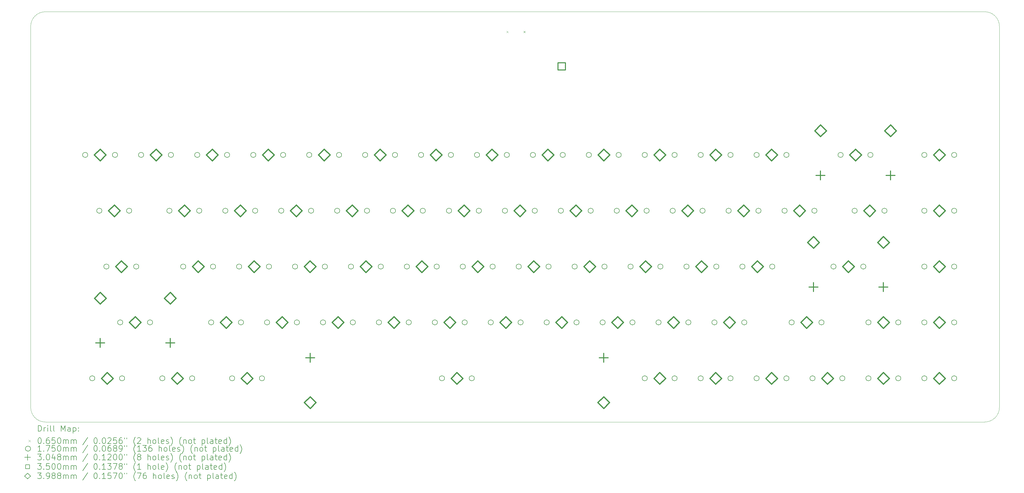
<source format=gbr>
%TF.GenerationSoftware,KiCad,Pcbnew,7.0.5*%
%TF.CreationDate,2024-08-24T17:50:42+10:00*%
%TF.ProjectId,keyboard,6b657962-6f61-4726-942e-6b696361645f,rev?*%
%TF.SameCoordinates,Original*%
%TF.FileFunction,Drillmap*%
%TF.FilePolarity,Positive*%
%FSLAX45Y45*%
G04 Gerber Fmt 4.5, Leading zero omitted, Abs format (unit mm)*
G04 Created by KiCad (PCBNEW 7.0.5) date 2024-08-24 17:50:42*
%MOMM*%
%LPD*%
G01*
G04 APERTURE LIST*
%ADD10C,0.100000*%
%ADD11C,0.200000*%
%ADD12C,0.065000*%
%ADD13C,0.175000*%
%ADD14C,0.304800*%
%ADD15C,0.350000*%
%ADD16C,0.398780*%
G04 APERTURE END LIST*
D10*
X37500000Y-19700000D02*
G75*
G03*
X38000000Y-19200000I0J500000D01*
G01*
X5000000Y-6200000D02*
X5000000Y-19200000D01*
X38000000Y-19200000D02*
X38000000Y-6200000D01*
X37500000Y-5700000D02*
X5500000Y-5700000D01*
X5500000Y-19700000D02*
X37500000Y-19700000D01*
X38000000Y-6200000D02*
G75*
G03*
X37500000Y-5700000I-500000J0D01*
G01*
X5500000Y-5700000D02*
G75*
G03*
X5000000Y-6200000I0J-500000D01*
G01*
X5000000Y-19200000D02*
G75*
G03*
X5500000Y-19700000I500000J0D01*
G01*
D11*
D12*
X21206747Y-6353453D02*
X21271747Y-6418453D01*
X21271747Y-6353453D02*
X21206747Y-6418453D01*
X21784747Y-6353453D02*
X21849747Y-6418453D01*
X21849747Y-6353453D02*
X21784747Y-6418453D01*
D13*
X6943100Y-10585000D02*
G75*
G03*
X6943100Y-10585000I-87500J0D01*
G01*
X7184400Y-18207705D02*
G75*
G03*
X7184400Y-18207705I-87500J0D01*
G01*
X7425100Y-12490000D02*
G75*
G03*
X7425100Y-12490000I-87500J0D01*
G01*
X7666400Y-14395000D02*
G75*
G03*
X7666400Y-14395000I-87500J0D01*
G01*
X7959100Y-10585000D02*
G75*
G03*
X7959100Y-10585000I-87500J0D01*
G01*
X8136300Y-16300000D02*
G75*
G03*
X8136300Y-16300000I-87500J0D01*
G01*
X8200400Y-18207705D02*
G75*
G03*
X8200400Y-18207705I-87500J0D01*
G01*
X8441100Y-12490000D02*
G75*
G03*
X8441100Y-12490000I-87500J0D01*
G01*
X8682400Y-14395000D02*
G75*
G03*
X8682400Y-14395000I-87500J0D01*
G01*
X8848100Y-10585000D02*
G75*
G03*
X8848100Y-10585000I-87500J0D01*
G01*
X9152300Y-16300000D02*
G75*
G03*
X9152300Y-16300000I-87500J0D01*
G01*
X9572000Y-18207705D02*
G75*
G03*
X9572000Y-18207705I-87500J0D01*
G01*
X9812700Y-12490000D02*
G75*
G03*
X9812700Y-12490000I-87500J0D01*
G01*
X9864100Y-10585000D02*
G75*
G03*
X9864100Y-10585000I-87500J0D01*
G01*
X10282600Y-14395000D02*
G75*
G03*
X10282600Y-14395000I-87500J0D01*
G01*
X10588000Y-18207705D02*
G75*
G03*
X10588000Y-18207705I-87500J0D01*
G01*
X10761100Y-10585000D02*
G75*
G03*
X10761100Y-10585000I-87500J0D01*
G01*
X10828700Y-12490000D02*
G75*
G03*
X10828700Y-12490000I-87500J0D01*
G01*
X11235100Y-16300000D02*
G75*
G03*
X11235100Y-16300000I-87500J0D01*
G01*
X11298600Y-14395000D02*
G75*
G03*
X11298600Y-14395000I-87500J0D01*
G01*
X11717700Y-12490000D02*
G75*
G03*
X11717700Y-12490000I-87500J0D01*
G01*
X11777100Y-10585000D02*
G75*
G03*
X11777100Y-10585000I-87500J0D01*
G01*
X11949200Y-18207705D02*
G75*
G03*
X11949200Y-18207705I-87500J0D01*
G01*
X12187600Y-14395000D02*
G75*
G03*
X12187600Y-14395000I-87500J0D01*
G01*
X12251100Y-16300000D02*
G75*
G03*
X12251100Y-16300000I-87500J0D01*
G01*
X12670800Y-10585000D02*
G75*
G03*
X12670800Y-10585000I-87500J0D01*
G01*
X12733700Y-12490000D02*
G75*
G03*
X12733700Y-12490000I-87500J0D01*
G01*
X12965200Y-18207705D02*
G75*
G03*
X12965200Y-18207705I-87500J0D01*
G01*
X13139500Y-16300000D02*
G75*
G03*
X13139500Y-16300000I-87500J0D01*
G01*
X13203600Y-14395000D02*
G75*
G03*
X13203600Y-14395000I-87500J0D01*
G01*
X13622700Y-12490000D02*
G75*
G03*
X13622700Y-12490000I-87500J0D01*
G01*
X13686800Y-10585000D02*
G75*
G03*
X13686800Y-10585000I-87500J0D01*
G01*
X14092600Y-14395000D02*
G75*
G03*
X14092600Y-14395000I-87500J0D01*
G01*
X14155500Y-16300000D02*
G75*
G03*
X14155500Y-16300000I-87500J0D01*
G01*
X14575800Y-10585000D02*
G75*
G03*
X14575800Y-10585000I-87500J0D01*
G01*
X14638700Y-12490000D02*
G75*
G03*
X14638700Y-12490000I-87500J0D01*
G01*
X15045100Y-16300000D02*
G75*
G03*
X15045100Y-16300000I-87500J0D01*
G01*
X15108600Y-14395000D02*
G75*
G03*
X15108600Y-14395000I-87500J0D01*
G01*
X15527700Y-12490000D02*
G75*
G03*
X15527700Y-12490000I-87500J0D01*
G01*
X15591800Y-10585000D02*
G75*
G03*
X15591800Y-10585000I-87500J0D01*
G01*
X15997600Y-14395000D02*
G75*
G03*
X15997600Y-14395000I-87500J0D01*
G01*
X16061100Y-16300000D02*
G75*
G03*
X16061100Y-16300000I-87500J0D01*
G01*
X16480800Y-10585000D02*
G75*
G03*
X16480800Y-10585000I-87500J0D01*
G01*
X16543700Y-12490000D02*
G75*
G03*
X16543700Y-12490000I-87500J0D01*
G01*
X16950100Y-16300000D02*
G75*
G03*
X16950100Y-16300000I-87500J0D01*
G01*
X17013600Y-14395000D02*
G75*
G03*
X17013600Y-14395000I-87500J0D01*
G01*
X17428000Y-12490000D02*
G75*
G03*
X17428000Y-12490000I-87500J0D01*
G01*
X17496800Y-10585000D02*
G75*
G03*
X17496800Y-10585000I-87500J0D01*
G01*
X17902600Y-14395000D02*
G75*
G03*
X17902600Y-14395000I-87500J0D01*
G01*
X17966100Y-16300000D02*
G75*
G03*
X17966100Y-16300000I-87500J0D01*
G01*
X18385800Y-10585000D02*
G75*
G03*
X18385800Y-10585000I-87500J0D01*
G01*
X18444000Y-12490000D02*
G75*
G03*
X18444000Y-12490000I-87500J0D01*
G01*
X18855100Y-16300000D02*
G75*
G03*
X18855100Y-16300000I-87500J0D01*
G01*
X18918600Y-14395000D02*
G75*
G03*
X18918600Y-14395000I-87500J0D01*
G01*
X19097200Y-18207705D02*
G75*
G03*
X19097200Y-18207705I-87500J0D01*
G01*
X19337700Y-12490000D02*
G75*
G03*
X19337700Y-12490000I-87500J0D01*
G01*
X19401800Y-10585000D02*
G75*
G03*
X19401800Y-10585000I-87500J0D01*
G01*
X19807600Y-14395000D02*
G75*
G03*
X19807600Y-14395000I-87500J0D01*
G01*
X19871100Y-16300000D02*
G75*
G03*
X19871100Y-16300000I-87500J0D01*
G01*
X20113200Y-18207705D02*
G75*
G03*
X20113200Y-18207705I-87500J0D01*
G01*
X20290800Y-10585000D02*
G75*
G03*
X20290800Y-10585000I-87500J0D01*
G01*
X20353700Y-12490000D02*
G75*
G03*
X20353700Y-12490000I-87500J0D01*
G01*
X20760100Y-16300000D02*
G75*
G03*
X20760100Y-16300000I-87500J0D01*
G01*
X20823600Y-14395000D02*
G75*
G03*
X20823600Y-14395000I-87500J0D01*
G01*
X21242700Y-12490000D02*
G75*
G03*
X21242700Y-12490000I-87500J0D01*
G01*
X21306800Y-10585000D02*
G75*
G03*
X21306800Y-10585000I-87500J0D01*
G01*
X21712600Y-14395000D02*
G75*
G03*
X21712600Y-14395000I-87500J0D01*
G01*
X21776100Y-16300000D02*
G75*
G03*
X21776100Y-16300000I-87500J0D01*
G01*
X22195800Y-10585000D02*
G75*
G03*
X22195800Y-10585000I-87500J0D01*
G01*
X22258700Y-12490000D02*
G75*
G03*
X22258700Y-12490000I-87500J0D01*
G01*
X22665100Y-16300000D02*
G75*
G03*
X22665100Y-16300000I-87500J0D01*
G01*
X22728600Y-14395000D02*
G75*
G03*
X22728600Y-14395000I-87500J0D01*
G01*
X23147700Y-12490000D02*
G75*
G03*
X23147700Y-12490000I-87500J0D01*
G01*
X23211800Y-10585000D02*
G75*
G03*
X23211800Y-10585000I-87500J0D01*
G01*
X23617600Y-14395000D02*
G75*
G03*
X23617600Y-14395000I-87500J0D01*
G01*
X23681100Y-16300000D02*
G75*
G03*
X23681100Y-16300000I-87500J0D01*
G01*
X24100800Y-10585000D02*
G75*
G03*
X24100800Y-10585000I-87500J0D01*
G01*
X24163700Y-12490000D02*
G75*
G03*
X24163700Y-12490000I-87500J0D01*
G01*
X24570100Y-16300000D02*
G75*
G03*
X24570100Y-16300000I-87500J0D01*
G01*
X24633600Y-14395000D02*
G75*
G03*
X24633600Y-14395000I-87500J0D01*
G01*
X25052700Y-12490000D02*
G75*
G03*
X25052700Y-12490000I-87500J0D01*
G01*
X25116800Y-10585000D02*
G75*
G03*
X25116800Y-10585000I-87500J0D01*
G01*
X25522600Y-14395000D02*
G75*
G03*
X25522600Y-14395000I-87500J0D01*
G01*
X25586100Y-16300000D02*
G75*
G03*
X25586100Y-16300000I-87500J0D01*
G01*
X26005200Y-18207705D02*
G75*
G03*
X26005200Y-18207705I-87500J0D01*
G01*
X26005800Y-10585000D02*
G75*
G03*
X26005800Y-10585000I-87500J0D01*
G01*
X26068700Y-12490000D02*
G75*
G03*
X26068700Y-12490000I-87500J0D01*
G01*
X26475100Y-16300000D02*
G75*
G03*
X26475100Y-16300000I-87500J0D01*
G01*
X26538600Y-14395000D02*
G75*
G03*
X26538600Y-14395000I-87500J0D01*
G01*
X26957700Y-12490000D02*
G75*
G03*
X26957700Y-12490000I-87500J0D01*
G01*
X27021200Y-18207705D02*
G75*
G03*
X27021200Y-18207705I-87500J0D01*
G01*
X27021800Y-10585000D02*
G75*
G03*
X27021800Y-10585000I-87500J0D01*
G01*
X27427600Y-14395000D02*
G75*
G03*
X27427600Y-14395000I-87500J0D01*
G01*
X27491100Y-16300000D02*
G75*
G03*
X27491100Y-16300000I-87500J0D01*
G01*
X27910200Y-18207705D02*
G75*
G03*
X27910200Y-18207705I-87500J0D01*
G01*
X27910800Y-10585000D02*
G75*
G03*
X27910800Y-10585000I-87500J0D01*
G01*
X27973700Y-12490000D02*
G75*
G03*
X27973700Y-12490000I-87500J0D01*
G01*
X28379500Y-16300000D02*
G75*
G03*
X28379500Y-16300000I-87500J0D01*
G01*
X28443600Y-14395000D02*
G75*
G03*
X28443600Y-14395000I-87500J0D01*
G01*
X28862700Y-12490000D02*
G75*
G03*
X28862700Y-12490000I-87500J0D01*
G01*
X28926200Y-18207705D02*
G75*
G03*
X28926200Y-18207705I-87500J0D01*
G01*
X28926800Y-10585000D02*
G75*
G03*
X28926800Y-10585000I-87500J0D01*
G01*
X29332600Y-14395000D02*
G75*
G03*
X29332600Y-14395000I-87500J0D01*
G01*
X29395500Y-16300000D02*
G75*
G03*
X29395500Y-16300000I-87500J0D01*
G01*
X29815200Y-18207705D02*
G75*
G03*
X29815200Y-18207705I-87500J0D01*
G01*
X29815800Y-10585000D02*
G75*
G03*
X29815800Y-10585000I-87500J0D01*
G01*
X29878700Y-12490000D02*
G75*
G03*
X29878700Y-12490000I-87500J0D01*
G01*
X30348600Y-14395000D02*
G75*
G03*
X30348600Y-14395000I-87500J0D01*
G01*
X30768300Y-12490000D02*
G75*
G03*
X30768300Y-12490000I-87500J0D01*
G01*
X30831200Y-18207705D02*
G75*
G03*
X30831200Y-18207705I-87500J0D01*
G01*
X30831800Y-10585000D02*
G75*
G03*
X30831800Y-10585000I-87500J0D01*
G01*
X31009600Y-16300000D02*
G75*
G03*
X31009600Y-16300000I-87500J0D01*
G01*
X31720200Y-18207705D02*
G75*
G03*
X31720200Y-18207705I-87500J0D01*
G01*
X31784300Y-12490000D02*
G75*
G03*
X31784300Y-12490000I-87500J0D01*
G01*
X32025600Y-16300000D02*
G75*
G03*
X32025600Y-16300000I-87500J0D01*
G01*
X32434575Y-14395000D02*
G75*
G03*
X32434575Y-14395000I-87500J0D01*
G01*
X32675875Y-10585000D02*
G75*
G03*
X32675875Y-10585000I-87500J0D01*
G01*
X32736200Y-18207705D02*
G75*
G03*
X32736200Y-18207705I-87500J0D01*
G01*
X33154700Y-12490000D02*
G75*
G03*
X33154700Y-12490000I-87500J0D01*
G01*
X33450575Y-14395000D02*
G75*
G03*
X33450575Y-14395000I-87500J0D01*
G01*
X33625200Y-18207705D02*
G75*
G03*
X33625200Y-18207705I-87500J0D01*
G01*
X33625800Y-16300000D02*
G75*
G03*
X33625800Y-16300000I-87500J0D01*
G01*
X33691875Y-10585000D02*
G75*
G03*
X33691875Y-10585000I-87500J0D01*
G01*
X34170700Y-12490000D02*
G75*
G03*
X34170700Y-12490000I-87500J0D01*
G01*
X34641200Y-18207705D02*
G75*
G03*
X34641200Y-18207705I-87500J0D01*
G01*
X34641800Y-16300000D02*
G75*
G03*
X34641800Y-16300000I-87500J0D01*
G01*
X35530200Y-10585000D02*
G75*
G03*
X35530200Y-10585000I-87500J0D01*
G01*
X35530200Y-12490000D02*
G75*
G03*
X35530200Y-12490000I-87500J0D01*
G01*
X35530200Y-14395000D02*
G75*
G03*
X35530200Y-14395000I-87500J0D01*
G01*
X35530200Y-16300000D02*
G75*
G03*
X35530200Y-16300000I-87500J0D01*
G01*
X35530200Y-18207705D02*
G75*
G03*
X35530200Y-18207705I-87500J0D01*
G01*
X36546200Y-10585000D02*
G75*
G03*
X36546200Y-10585000I-87500J0D01*
G01*
X36546200Y-12490000D02*
G75*
G03*
X36546200Y-12490000I-87500J0D01*
G01*
X36546200Y-14395000D02*
G75*
G03*
X36546200Y-14395000I-87500J0D01*
G01*
X36546200Y-16300000D02*
G75*
G03*
X36546200Y-16300000I-87500J0D01*
G01*
X36546200Y-18207705D02*
G75*
G03*
X36546200Y-18207705I-87500J0D01*
G01*
D14*
X7369350Y-16846100D02*
X7369350Y-17150900D01*
X7216950Y-16998500D02*
X7521750Y-16998500D01*
X9750600Y-16846100D02*
X9750600Y-17150900D01*
X9598200Y-16998500D02*
X9903000Y-16998500D01*
X14517075Y-17356805D02*
X14517075Y-17661605D01*
X14364675Y-17509205D02*
X14669475Y-17509205D01*
X24518325Y-17356805D02*
X24518325Y-17661605D01*
X24365925Y-17509205D02*
X24670725Y-17509205D01*
X31664450Y-14941100D02*
X31664450Y-15245900D01*
X31512050Y-15093500D02*
X31816850Y-15093500D01*
X31905750Y-11131100D02*
X31905750Y-11435900D01*
X31753350Y-11283500D02*
X32058150Y-11283500D01*
X34045700Y-14941100D02*
X34045700Y-15245900D01*
X33893300Y-15093500D02*
X34198100Y-15093500D01*
X34287000Y-11131100D02*
X34287000Y-11435900D01*
X34134600Y-11283500D02*
X34439400Y-11283500D01*
D15*
X23212345Y-7686545D02*
X23212345Y-7439055D01*
X22964855Y-7439055D01*
X22964855Y-7686545D01*
X23212345Y-7686545D01*
D16*
X7363600Y-10784390D02*
X7562990Y-10585000D01*
X7363600Y-10385610D01*
X7164210Y-10585000D01*
X7363600Y-10784390D01*
X7369350Y-15673890D02*
X7568740Y-15474500D01*
X7369350Y-15275110D01*
X7169960Y-15474500D01*
X7369350Y-15673890D01*
X7604900Y-18407095D02*
X7804290Y-18207705D01*
X7604900Y-18008315D01*
X7405510Y-18207705D01*
X7604900Y-18407095D01*
X7845600Y-12689390D02*
X8044990Y-12490000D01*
X7845600Y-12290610D01*
X7646210Y-12490000D01*
X7845600Y-12689390D01*
X8086900Y-14594390D02*
X8286290Y-14395000D01*
X8086900Y-14195610D01*
X7887510Y-14395000D01*
X8086900Y-14594390D01*
X8556800Y-16499390D02*
X8756190Y-16300000D01*
X8556800Y-16100610D01*
X8357410Y-16300000D01*
X8556800Y-16499390D01*
X9268600Y-10784390D02*
X9467990Y-10585000D01*
X9268600Y-10385610D01*
X9069210Y-10585000D01*
X9268600Y-10784390D01*
X9750600Y-15673890D02*
X9949990Y-15474500D01*
X9750600Y-15275110D01*
X9551210Y-15474500D01*
X9750600Y-15673890D01*
X9992500Y-18407095D02*
X10191890Y-18207705D01*
X9992500Y-18008315D01*
X9793110Y-18207705D01*
X9992500Y-18407095D01*
X10233200Y-12689390D02*
X10432590Y-12490000D01*
X10233200Y-12290610D01*
X10033810Y-12490000D01*
X10233200Y-12689390D01*
X10703100Y-14594390D02*
X10902490Y-14395000D01*
X10703100Y-14195610D01*
X10503710Y-14395000D01*
X10703100Y-14594390D01*
X11181600Y-10784390D02*
X11380990Y-10585000D01*
X11181600Y-10385610D01*
X10982210Y-10585000D01*
X11181600Y-10784390D01*
X11655600Y-16499390D02*
X11854990Y-16300000D01*
X11655600Y-16100610D01*
X11456210Y-16300000D01*
X11655600Y-16499390D01*
X12138200Y-12689390D02*
X12337590Y-12490000D01*
X12138200Y-12290610D01*
X11938810Y-12490000D01*
X12138200Y-12689390D01*
X12369700Y-18407095D02*
X12569090Y-18207705D01*
X12369700Y-18008315D01*
X12170310Y-18207705D01*
X12369700Y-18407095D01*
X12608100Y-14594390D02*
X12807490Y-14395000D01*
X12608100Y-14195610D01*
X12408710Y-14395000D01*
X12608100Y-14594390D01*
X13091300Y-10784390D02*
X13290690Y-10585000D01*
X13091300Y-10385610D01*
X12891910Y-10585000D01*
X13091300Y-10784390D01*
X13560000Y-16499390D02*
X13759390Y-16300000D01*
X13560000Y-16100610D01*
X13360610Y-16300000D01*
X13560000Y-16499390D01*
X14043200Y-12689390D02*
X14242590Y-12490000D01*
X14043200Y-12290610D01*
X13843810Y-12490000D01*
X14043200Y-12689390D01*
X14513100Y-14594390D02*
X14712490Y-14395000D01*
X14513100Y-14195610D01*
X14313710Y-14395000D01*
X14513100Y-14594390D01*
X14517075Y-19232595D02*
X14716465Y-19033205D01*
X14517075Y-18833815D01*
X14317685Y-19033205D01*
X14517075Y-19232595D01*
X14996300Y-10784390D02*
X15195690Y-10585000D01*
X14996300Y-10385610D01*
X14796910Y-10585000D01*
X14996300Y-10784390D01*
X15465600Y-16499390D02*
X15664990Y-16300000D01*
X15465600Y-16100610D01*
X15266210Y-16300000D01*
X15465600Y-16499390D01*
X15948200Y-12689390D02*
X16147590Y-12490000D01*
X15948200Y-12290610D01*
X15748810Y-12490000D01*
X15948200Y-12689390D01*
X16418100Y-14594390D02*
X16617490Y-14395000D01*
X16418100Y-14195610D01*
X16218710Y-14395000D01*
X16418100Y-14594390D01*
X16901300Y-10784390D02*
X17100690Y-10585000D01*
X16901300Y-10385610D01*
X16701910Y-10585000D01*
X16901300Y-10784390D01*
X17370600Y-16499390D02*
X17569990Y-16300000D01*
X17370600Y-16100610D01*
X17171210Y-16300000D01*
X17370600Y-16499390D01*
X17848500Y-12689390D02*
X18047890Y-12490000D01*
X17848500Y-12290610D01*
X17649110Y-12490000D01*
X17848500Y-12689390D01*
X18323100Y-14594390D02*
X18522490Y-14395000D01*
X18323100Y-14195610D01*
X18123710Y-14395000D01*
X18323100Y-14594390D01*
X18806300Y-10784390D02*
X19005690Y-10585000D01*
X18806300Y-10385610D01*
X18606910Y-10585000D01*
X18806300Y-10784390D01*
X19275600Y-16499390D02*
X19474990Y-16300000D01*
X19275600Y-16100610D01*
X19076210Y-16300000D01*
X19275600Y-16499390D01*
X19517700Y-18407095D02*
X19717090Y-18207705D01*
X19517700Y-18008315D01*
X19318310Y-18207705D01*
X19517700Y-18407095D01*
X19758200Y-12689390D02*
X19957590Y-12490000D01*
X19758200Y-12290610D01*
X19558810Y-12490000D01*
X19758200Y-12689390D01*
X20228100Y-14594390D02*
X20427490Y-14395000D01*
X20228100Y-14195610D01*
X20028710Y-14395000D01*
X20228100Y-14594390D01*
X20711300Y-10784390D02*
X20910690Y-10585000D01*
X20711300Y-10385610D01*
X20511910Y-10585000D01*
X20711300Y-10784390D01*
X21180600Y-16499390D02*
X21379990Y-16300000D01*
X21180600Y-16100610D01*
X20981210Y-16300000D01*
X21180600Y-16499390D01*
X21663200Y-12689390D02*
X21862590Y-12490000D01*
X21663200Y-12290610D01*
X21463810Y-12490000D01*
X21663200Y-12689390D01*
X22133100Y-14594390D02*
X22332490Y-14395000D01*
X22133100Y-14195610D01*
X21933710Y-14395000D01*
X22133100Y-14594390D01*
X22616300Y-10784390D02*
X22815690Y-10585000D01*
X22616300Y-10385610D01*
X22416910Y-10585000D01*
X22616300Y-10784390D01*
X23085600Y-16499390D02*
X23284990Y-16300000D01*
X23085600Y-16100610D01*
X22886210Y-16300000D01*
X23085600Y-16499390D01*
X23568200Y-12689390D02*
X23767590Y-12490000D01*
X23568200Y-12290610D01*
X23368810Y-12490000D01*
X23568200Y-12689390D01*
X24038100Y-14594390D02*
X24237490Y-14395000D01*
X24038100Y-14195610D01*
X23838710Y-14395000D01*
X24038100Y-14594390D01*
X24518325Y-19232595D02*
X24717715Y-19033205D01*
X24518325Y-18833815D01*
X24318935Y-19033205D01*
X24518325Y-19232595D01*
X24521300Y-10784390D02*
X24720690Y-10585000D01*
X24521300Y-10385610D01*
X24321910Y-10585000D01*
X24521300Y-10784390D01*
X24990600Y-16499390D02*
X25189990Y-16300000D01*
X24990600Y-16100610D01*
X24791210Y-16300000D01*
X24990600Y-16499390D01*
X25473200Y-12689390D02*
X25672590Y-12490000D01*
X25473200Y-12290610D01*
X25273810Y-12490000D01*
X25473200Y-12689390D01*
X25943100Y-14594390D02*
X26142490Y-14395000D01*
X25943100Y-14195610D01*
X25743710Y-14395000D01*
X25943100Y-14594390D01*
X26425700Y-18407095D02*
X26625090Y-18207705D01*
X26425700Y-18008315D01*
X26226310Y-18207705D01*
X26425700Y-18407095D01*
X26426300Y-10784390D02*
X26625690Y-10585000D01*
X26426300Y-10385610D01*
X26226910Y-10585000D01*
X26426300Y-10784390D01*
X26895600Y-16499390D02*
X27094990Y-16300000D01*
X26895600Y-16100610D01*
X26696210Y-16300000D01*
X26895600Y-16499390D01*
X27378200Y-12689390D02*
X27577590Y-12490000D01*
X27378200Y-12290610D01*
X27178810Y-12490000D01*
X27378200Y-12689390D01*
X27848100Y-14594390D02*
X28047490Y-14395000D01*
X27848100Y-14195610D01*
X27648710Y-14395000D01*
X27848100Y-14594390D01*
X28330700Y-18407095D02*
X28530090Y-18207705D01*
X28330700Y-18008315D01*
X28131310Y-18207705D01*
X28330700Y-18407095D01*
X28331300Y-10784390D02*
X28530690Y-10585000D01*
X28331300Y-10385610D01*
X28131910Y-10585000D01*
X28331300Y-10784390D01*
X28800000Y-16499390D02*
X28999390Y-16300000D01*
X28800000Y-16100610D01*
X28600610Y-16300000D01*
X28800000Y-16499390D01*
X29283200Y-12689390D02*
X29482590Y-12490000D01*
X29283200Y-12290610D01*
X29083810Y-12490000D01*
X29283200Y-12689390D01*
X29753100Y-14594390D02*
X29952490Y-14395000D01*
X29753100Y-14195610D01*
X29553710Y-14395000D01*
X29753100Y-14594390D01*
X30235700Y-18407095D02*
X30435090Y-18207705D01*
X30235700Y-18008315D01*
X30036310Y-18207705D01*
X30235700Y-18407095D01*
X30236300Y-10784390D02*
X30435690Y-10585000D01*
X30236300Y-10385610D01*
X30036910Y-10585000D01*
X30236300Y-10784390D01*
X31188800Y-12689390D02*
X31388190Y-12490000D01*
X31188800Y-12290610D01*
X30989410Y-12490000D01*
X31188800Y-12689390D01*
X31430100Y-16499390D02*
X31629490Y-16300000D01*
X31430100Y-16100610D01*
X31230710Y-16300000D01*
X31430100Y-16499390D01*
X31664450Y-13768890D02*
X31863840Y-13569500D01*
X31664450Y-13370110D01*
X31465060Y-13569500D01*
X31664450Y-13768890D01*
X31905750Y-9958890D02*
X32105140Y-9759500D01*
X31905750Y-9560110D01*
X31706360Y-9759500D01*
X31905750Y-9958890D01*
X32140700Y-18407095D02*
X32340090Y-18207705D01*
X32140700Y-18008315D01*
X31941310Y-18207705D01*
X32140700Y-18407095D01*
X32855075Y-14594390D02*
X33054465Y-14395000D01*
X32855075Y-14195610D01*
X32655685Y-14395000D01*
X32855075Y-14594390D01*
X33096375Y-10784390D02*
X33295765Y-10585000D01*
X33096375Y-10385610D01*
X32896985Y-10585000D01*
X33096375Y-10784390D01*
X33575200Y-12689390D02*
X33774590Y-12490000D01*
X33575200Y-12290610D01*
X33375810Y-12490000D01*
X33575200Y-12689390D01*
X34045700Y-13768890D02*
X34245090Y-13569500D01*
X34045700Y-13370110D01*
X33846310Y-13569500D01*
X34045700Y-13768890D01*
X34045700Y-18407095D02*
X34245090Y-18207705D01*
X34045700Y-18008315D01*
X33846310Y-18207705D01*
X34045700Y-18407095D01*
X34046300Y-16499390D02*
X34245690Y-16300000D01*
X34046300Y-16100610D01*
X33846910Y-16300000D01*
X34046300Y-16499390D01*
X34287000Y-9958890D02*
X34486390Y-9759500D01*
X34287000Y-9560110D01*
X34087610Y-9759500D01*
X34287000Y-9958890D01*
X35950700Y-10784390D02*
X36150090Y-10585000D01*
X35950700Y-10385610D01*
X35751310Y-10585000D01*
X35950700Y-10784390D01*
X35950700Y-12689390D02*
X36150090Y-12490000D01*
X35950700Y-12290610D01*
X35751310Y-12490000D01*
X35950700Y-12689390D01*
X35950700Y-14594390D02*
X36150090Y-14395000D01*
X35950700Y-14195610D01*
X35751310Y-14395000D01*
X35950700Y-14594390D01*
X35950700Y-16499390D02*
X36150090Y-16300000D01*
X35950700Y-16100610D01*
X35751310Y-16300000D01*
X35950700Y-16499390D01*
X35950700Y-18407095D02*
X36150090Y-18207705D01*
X35950700Y-18008315D01*
X35751310Y-18207705D01*
X35950700Y-18407095D01*
D11*
X5255777Y-20016484D02*
X5255777Y-19816484D01*
X5255777Y-19816484D02*
X5303396Y-19816484D01*
X5303396Y-19816484D02*
X5331967Y-19826008D01*
X5331967Y-19826008D02*
X5351015Y-19845055D01*
X5351015Y-19845055D02*
X5360539Y-19864103D01*
X5360539Y-19864103D02*
X5370063Y-19902198D01*
X5370063Y-19902198D02*
X5370063Y-19930770D01*
X5370063Y-19930770D02*
X5360539Y-19968865D01*
X5360539Y-19968865D02*
X5351015Y-19987912D01*
X5351015Y-19987912D02*
X5331967Y-20006960D01*
X5331967Y-20006960D02*
X5303396Y-20016484D01*
X5303396Y-20016484D02*
X5255777Y-20016484D01*
X5455777Y-20016484D02*
X5455777Y-19883150D01*
X5455777Y-19921246D02*
X5465301Y-19902198D01*
X5465301Y-19902198D02*
X5474824Y-19892674D01*
X5474824Y-19892674D02*
X5493872Y-19883150D01*
X5493872Y-19883150D02*
X5512920Y-19883150D01*
X5579586Y-20016484D02*
X5579586Y-19883150D01*
X5579586Y-19816484D02*
X5570063Y-19826008D01*
X5570063Y-19826008D02*
X5579586Y-19835531D01*
X5579586Y-19835531D02*
X5589110Y-19826008D01*
X5589110Y-19826008D02*
X5579586Y-19816484D01*
X5579586Y-19816484D02*
X5579586Y-19835531D01*
X5703396Y-20016484D02*
X5684348Y-20006960D01*
X5684348Y-20006960D02*
X5674824Y-19987912D01*
X5674824Y-19987912D02*
X5674824Y-19816484D01*
X5808158Y-20016484D02*
X5789110Y-20006960D01*
X5789110Y-20006960D02*
X5779586Y-19987912D01*
X5779586Y-19987912D02*
X5779586Y-19816484D01*
X6036729Y-20016484D02*
X6036729Y-19816484D01*
X6036729Y-19816484D02*
X6103396Y-19959341D01*
X6103396Y-19959341D02*
X6170062Y-19816484D01*
X6170062Y-19816484D02*
X6170062Y-20016484D01*
X6351015Y-20016484D02*
X6351015Y-19911722D01*
X6351015Y-19911722D02*
X6341491Y-19892674D01*
X6341491Y-19892674D02*
X6322443Y-19883150D01*
X6322443Y-19883150D02*
X6284348Y-19883150D01*
X6284348Y-19883150D02*
X6265301Y-19892674D01*
X6351015Y-20006960D02*
X6331967Y-20016484D01*
X6331967Y-20016484D02*
X6284348Y-20016484D01*
X6284348Y-20016484D02*
X6265301Y-20006960D01*
X6265301Y-20006960D02*
X6255777Y-19987912D01*
X6255777Y-19987912D02*
X6255777Y-19968865D01*
X6255777Y-19968865D02*
X6265301Y-19949817D01*
X6265301Y-19949817D02*
X6284348Y-19940293D01*
X6284348Y-19940293D02*
X6331967Y-19940293D01*
X6331967Y-19940293D02*
X6351015Y-19930770D01*
X6446253Y-19883150D02*
X6446253Y-20083150D01*
X6446253Y-19892674D02*
X6465301Y-19883150D01*
X6465301Y-19883150D02*
X6503396Y-19883150D01*
X6503396Y-19883150D02*
X6522443Y-19892674D01*
X6522443Y-19892674D02*
X6531967Y-19902198D01*
X6531967Y-19902198D02*
X6541491Y-19921246D01*
X6541491Y-19921246D02*
X6541491Y-19978389D01*
X6541491Y-19978389D02*
X6531967Y-19997436D01*
X6531967Y-19997436D02*
X6522443Y-20006960D01*
X6522443Y-20006960D02*
X6503396Y-20016484D01*
X6503396Y-20016484D02*
X6465301Y-20016484D01*
X6465301Y-20016484D02*
X6446253Y-20006960D01*
X6627205Y-19997436D02*
X6636729Y-20006960D01*
X6636729Y-20006960D02*
X6627205Y-20016484D01*
X6627205Y-20016484D02*
X6617682Y-20006960D01*
X6617682Y-20006960D02*
X6627205Y-19997436D01*
X6627205Y-19997436D02*
X6627205Y-20016484D01*
X6627205Y-19892674D02*
X6636729Y-19902198D01*
X6636729Y-19902198D02*
X6627205Y-19911722D01*
X6627205Y-19911722D02*
X6617682Y-19902198D01*
X6617682Y-19902198D02*
X6627205Y-19892674D01*
X6627205Y-19892674D02*
X6627205Y-19911722D01*
D12*
X4930000Y-20312500D02*
X4995000Y-20377500D01*
X4995000Y-20312500D02*
X4930000Y-20377500D01*
D11*
X5293872Y-20236484D02*
X5312920Y-20236484D01*
X5312920Y-20236484D02*
X5331967Y-20246008D01*
X5331967Y-20246008D02*
X5341491Y-20255531D01*
X5341491Y-20255531D02*
X5351015Y-20274579D01*
X5351015Y-20274579D02*
X5360539Y-20312674D01*
X5360539Y-20312674D02*
X5360539Y-20360293D01*
X5360539Y-20360293D02*
X5351015Y-20398389D01*
X5351015Y-20398389D02*
X5341491Y-20417436D01*
X5341491Y-20417436D02*
X5331967Y-20426960D01*
X5331967Y-20426960D02*
X5312920Y-20436484D01*
X5312920Y-20436484D02*
X5293872Y-20436484D01*
X5293872Y-20436484D02*
X5274824Y-20426960D01*
X5274824Y-20426960D02*
X5265301Y-20417436D01*
X5265301Y-20417436D02*
X5255777Y-20398389D01*
X5255777Y-20398389D02*
X5246253Y-20360293D01*
X5246253Y-20360293D02*
X5246253Y-20312674D01*
X5246253Y-20312674D02*
X5255777Y-20274579D01*
X5255777Y-20274579D02*
X5265301Y-20255531D01*
X5265301Y-20255531D02*
X5274824Y-20246008D01*
X5274824Y-20246008D02*
X5293872Y-20236484D01*
X5446253Y-20417436D02*
X5455777Y-20426960D01*
X5455777Y-20426960D02*
X5446253Y-20436484D01*
X5446253Y-20436484D02*
X5436729Y-20426960D01*
X5436729Y-20426960D02*
X5446253Y-20417436D01*
X5446253Y-20417436D02*
X5446253Y-20436484D01*
X5627205Y-20236484D02*
X5589110Y-20236484D01*
X5589110Y-20236484D02*
X5570063Y-20246008D01*
X5570063Y-20246008D02*
X5560539Y-20255531D01*
X5560539Y-20255531D02*
X5541491Y-20284103D01*
X5541491Y-20284103D02*
X5531967Y-20322198D01*
X5531967Y-20322198D02*
X5531967Y-20398389D01*
X5531967Y-20398389D02*
X5541491Y-20417436D01*
X5541491Y-20417436D02*
X5551015Y-20426960D01*
X5551015Y-20426960D02*
X5570063Y-20436484D01*
X5570063Y-20436484D02*
X5608158Y-20436484D01*
X5608158Y-20436484D02*
X5627205Y-20426960D01*
X5627205Y-20426960D02*
X5636729Y-20417436D01*
X5636729Y-20417436D02*
X5646253Y-20398389D01*
X5646253Y-20398389D02*
X5646253Y-20350770D01*
X5646253Y-20350770D02*
X5636729Y-20331722D01*
X5636729Y-20331722D02*
X5627205Y-20322198D01*
X5627205Y-20322198D02*
X5608158Y-20312674D01*
X5608158Y-20312674D02*
X5570063Y-20312674D01*
X5570063Y-20312674D02*
X5551015Y-20322198D01*
X5551015Y-20322198D02*
X5541491Y-20331722D01*
X5541491Y-20331722D02*
X5531967Y-20350770D01*
X5827205Y-20236484D02*
X5731967Y-20236484D01*
X5731967Y-20236484D02*
X5722443Y-20331722D01*
X5722443Y-20331722D02*
X5731967Y-20322198D01*
X5731967Y-20322198D02*
X5751015Y-20312674D01*
X5751015Y-20312674D02*
X5798634Y-20312674D01*
X5798634Y-20312674D02*
X5817682Y-20322198D01*
X5817682Y-20322198D02*
X5827205Y-20331722D01*
X5827205Y-20331722D02*
X5836729Y-20350770D01*
X5836729Y-20350770D02*
X5836729Y-20398389D01*
X5836729Y-20398389D02*
X5827205Y-20417436D01*
X5827205Y-20417436D02*
X5817682Y-20426960D01*
X5817682Y-20426960D02*
X5798634Y-20436484D01*
X5798634Y-20436484D02*
X5751015Y-20436484D01*
X5751015Y-20436484D02*
X5731967Y-20426960D01*
X5731967Y-20426960D02*
X5722443Y-20417436D01*
X5960539Y-20236484D02*
X5979586Y-20236484D01*
X5979586Y-20236484D02*
X5998634Y-20246008D01*
X5998634Y-20246008D02*
X6008158Y-20255531D01*
X6008158Y-20255531D02*
X6017682Y-20274579D01*
X6017682Y-20274579D02*
X6027205Y-20312674D01*
X6027205Y-20312674D02*
X6027205Y-20360293D01*
X6027205Y-20360293D02*
X6017682Y-20398389D01*
X6017682Y-20398389D02*
X6008158Y-20417436D01*
X6008158Y-20417436D02*
X5998634Y-20426960D01*
X5998634Y-20426960D02*
X5979586Y-20436484D01*
X5979586Y-20436484D02*
X5960539Y-20436484D01*
X5960539Y-20436484D02*
X5941491Y-20426960D01*
X5941491Y-20426960D02*
X5931967Y-20417436D01*
X5931967Y-20417436D02*
X5922443Y-20398389D01*
X5922443Y-20398389D02*
X5912920Y-20360293D01*
X5912920Y-20360293D02*
X5912920Y-20312674D01*
X5912920Y-20312674D02*
X5922443Y-20274579D01*
X5922443Y-20274579D02*
X5931967Y-20255531D01*
X5931967Y-20255531D02*
X5941491Y-20246008D01*
X5941491Y-20246008D02*
X5960539Y-20236484D01*
X6112920Y-20436484D02*
X6112920Y-20303150D01*
X6112920Y-20322198D02*
X6122443Y-20312674D01*
X6122443Y-20312674D02*
X6141491Y-20303150D01*
X6141491Y-20303150D02*
X6170063Y-20303150D01*
X6170063Y-20303150D02*
X6189110Y-20312674D01*
X6189110Y-20312674D02*
X6198634Y-20331722D01*
X6198634Y-20331722D02*
X6198634Y-20436484D01*
X6198634Y-20331722D02*
X6208158Y-20312674D01*
X6208158Y-20312674D02*
X6227205Y-20303150D01*
X6227205Y-20303150D02*
X6255777Y-20303150D01*
X6255777Y-20303150D02*
X6274824Y-20312674D01*
X6274824Y-20312674D02*
X6284348Y-20331722D01*
X6284348Y-20331722D02*
X6284348Y-20436484D01*
X6379586Y-20436484D02*
X6379586Y-20303150D01*
X6379586Y-20322198D02*
X6389110Y-20312674D01*
X6389110Y-20312674D02*
X6408158Y-20303150D01*
X6408158Y-20303150D02*
X6436729Y-20303150D01*
X6436729Y-20303150D02*
X6455777Y-20312674D01*
X6455777Y-20312674D02*
X6465301Y-20331722D01*
X6465301Y-20331722D02*
X6465301Y-20436484D01*
X6465301Y-20331722D02*
X6474824Y-20312674D01*
X6474824Y-20312674D02*
X6493872Y-20303150D01*
X6493872Y-20303150D02*
X6522443Y-20303150D01*
X6522443Y-20303150D02*
X6541491Y-20312674D01*
X6541491Y-20312674D02*
X6551015Y-20331722D01*
X6551015Y-20331722D02*
X6551015Y-20436484D01*
X6941491Y-20226960D02*
X6770063Y-20484103D01*
X7198634Y-20236484D02*
X7217682Y-20236484D01*
X7217682Y-20236484D02*
X7236729Y-20246008D01*
X7236729Y-20246008D02*
X7246253Y-20255531D01*
X7246253Y-20255531D02*
X7255777Y-20274579D01*
X7255777Y-20274579D02*
X7265301Y-20312674D01*
X7265301Y-20312674D02*
X7265301Y-20360293D01*
X7265301Y-20360293D02*
X7255777Y-20398389D01*
X7255777Y-20398389D02*
X7246253Y-20417436D01*
X7246253Y-20417436D02*
X7236729Y-20426960D01*
X7236729Y-20426960D02*
X7217682Y-20436484D01*
X7217682Y-20436484D02*
X7198634Y-20436484D01*
X7198634Y-20436484D02*
X7179586Y-20426960D01*
X7179586Y-20426960D02*
X7170063Y-20417436D01*
X7170063Y-20417436D02*
X7160539Y-20398389D01*
X7160539Y-20398389D02*
X7151015Y-20360293D01*
X7151015Y-20360293D02*
X7151015Y-20312674D01*
X7151015Y-20312674D02*
X7160539Y-20274579D01*
X7160539Y-20274579D02*
X7170063Y-20255531D01*
X7170063Y-20255531D02*
X7179586Y-20246008D01*
X7179586Y-20246008D02*
X7198634Y-20236484D01*
X7351015Y-20417436D02*
X7360539Y-20426960D01*
X7360539Y-20426960D02*
X7351015Y-20436484D01*
X7351015Y-20436484D02*
X7341491Y-20426960D01*
X7341491Y-20426960D02*
X7351015Y-20417436D01*
X7351015Y-20417436D02*
X7351015Y-20436484D01*
X7484348Y-20236484D02*
X7503396Y-20236484D01*
X7503396Y-20236484D02*
X7522444Y-20246008D01*
X7522444Y-20246008D02*
X7531967Y-20255531D01*
X7531967Y-20255531D02*
X7541491Y-20274579D01*
X7541491Y-20274579D02*
X7551015Y-20312674D01*
X7551015Y-20312674D02*
X7551015Y-20360293D01*
X7551015Y-20360293D02*
X7541491Y-20398389D01*
X7541491Y-20398389D02*
X7531967Y-20417436D01*
X7531967Y-20417436D02*
X7522444Y-20426960D01*
X7522444Y-20426960D02*
X7503396Y-20436484D01*
X7503396Y-20436484D02*
X7484348Y-20436484D01*
X7484348Y-20436484D02*
X7465301Y-20426960D01*
X7465301Y-20426960D02*
X7455777Y-20417436D01*
X7455777Y-20417436D02*
X7446253Y-20398389D01*
X7446253Y-20398389D02*
X7436729Y-20360293D01*
X7436729Y-20360293D02*
X7436729Y-20312674D01*
X7436729Y-20312674D02*
X7446253Y-20274579D01*
X7446253Y-20274579D02*
X7455777Y-20255531D01*
X7455777Y-20255531D02*
X7465301Y-20246008D01*
X7465301Y-20246008D02*
X7484348Y-20236484D01*
X7627206Y-20255531D02*
X7636729Y-20246008D01*
X7636729Y-20246008D02*
X7655777Y-20236484D01*
X7655777Y-20236484D02*
X7703396Y-20236484D01*
X7703396Y-20236484D02*
X7722444Y-20246008D01*
X7722444Y-20246008D02*
X7731967Y-20255531D01*
X7731967Y-20255531D02*
X7741491Y-20274579D01*
X7741491Y-20274579D02*
X7741491Y-20293627D01*
X7741491Y-20293627D02*
X7731967Y-20322198D01*
X7731967Y-20322198D02*
X7617682Y-20436484D01*
X7617682Y-20436484D02*
X7741491Y-20436484D01*
X7922444Y-20236484D02*
X7827206Y-20236484D01*
X7827206Y-20236484D02*
X7817682Y-20331722D01*
X7817682Y-20331722D02*
X7827206Y-20322198D01*
X7827206Y-20322198D02*
X7846253Y-20312674D01*
X7846253Y-20312674D02*
X7893872Y-20312674D01*
X7893872Y-20312674D02*
X7912920Y-20322198D01*
X7912920Y-20322198D02*
X7922444Y-20331722D01*
X7922444Y-20331722D02*
X7931967Y-20350770D01*
X7931967Y-20350770D02*
X7931967Y-20398389D01*
X7931967Y-20398389D02*
X7922444Y-20417436D01*
X7922444Y-20417436D02*
X7912920Y-20426960D01*
X7912920Y-20426960D02*
X7893872Y-20436484D01*
X7893872Y-20436484D02*
X7846253Y-20436484D01*
X7846253Y-20436484D02*
X7827206Y-20426960D01*
X7827206Y-20426960D02*
X7817682Y-20417436D01*
X8103396Y-20236484D02*
X8065301Y-20236484D01*
X8065301Y-20236484D02*
X8046253Y-20246008D01*
X8046253Y-20246008D02*
X8036729Y-20255531D01*
X8036729Y-20255531D02*
X8017682Y-20284103D01*
X8017682Y-20284103D02*
X8008158Y-20322198D01*
X8008158Y-20322198D02*
X8008158Y-20398389D01*
X8008158Y-20398389D02*
X8017682Y-20417436D01*
X8017682Y-20417436D02*
X8027206Y-20426960D01*
X8027206Y-20426960D02*
X8046253Y-20436484D01*
X8046253Y-20436484D02*
X8084348Y-20436484D01*
X8084348Y-20436484D02*
X8103396Y-20426960D01*
X8103396Y-20426960D02*
X8112920Y-20417436D01*
X8112920Y-20417436D02*
X8122444Y-20398389D01*
X8122444Y-20398389D02*
X8122444Y-20350770D01*
X8122444Y-20350770D02*
X8112920Y-20331722D01*
X8112920Y-20331722D02*
X8103396Y-20322198D01*
X8103396Y-20322198D02*
X8084348Y-20312674D01*
X8084348Y-20312674D02*
X8046253Y-20312674D01*
X8046253Y-20312674D02*
X8027206Y-20322198D01*
X8027206Y-20322198D02*
X8017682Y-20331722D01*
X8017682Y-20331722D02*
X8008158Y-20350770D01*
X8198634Y-20236484D02*
X8198634Y-20274579D01*
X8274825Y-20236484D02*
X8274825Y-20274579D01*
X8570063Y-20512674D02*
X8560539Y-20503150D01*
X8560539Y-20503150D02*
X8541491Y-20474579D01*
X8541491Y-20474579D02*
X8531968Y-20455531D01*
X8531968Y-20455531D02*
X8522444Y-20426960D01*
X8522444Y-20426960D02*
X8512920Y-20379341D01*
X8512920Y-20379341D02*
X8512920Y-20341246D01*
X8512920Y-20341246D02*
X8522444Y-20293627D01*
X8522444Y-20293627D02*
X8531968Y-20265055D01*
X8531968Y-20265055D02*
X8541491Y-20246008D01*
X8541491Y-20246008D02*
X8560539Y-20217436D01*
X8560539Y-20217436D02*
X8570063Y-20207912D01*
X8636730Y-20255531D02*
X8646253Y-20246008D01*
X8646253Y-20246008D02*
X8665301Y-20236484D01*
X8665301Y-20236484D02*
X8712920Y-20236484D01*
X8712920Y-20236484D02*
X8731968Y-20246008D01*
X8731968Y-20246008D02*
X8741491Y-20255531D01*
X8741491Y-20255531D02*
X8751015Y-20274579D01*
X8751015Y-20274579D02*
X8751015Y-20293627D01*
X8751015Y-20293627D02*
X8741491Y-20322198D01*
X8741491Y-20322198D02*
X8627206Y-20436484D01*
X8627206Y-20436484D02*
X8751015Y-20436484D01*
X8989111Y-20436484D02*
X8989111Y-20236484D01*
X9074825Y-20436484D02*
X9074825Y-20331722D01*
X9074825Y-20331722D02*
X9065301Y-20312674D01*
X9065301Y-20312674D02*
X9046253Y-20303150D01*
X9046253Y-20303150D02*
X9017682Y-20303150D01*
X9017682Y-20303150D02*
X8998634Y-20312674D01*
X8998634Y-20312674D02*
X8989111Y-20322198D01*
X9198634Y-20436484D02*
X9179587Y-20426960D01*
X9179587Y-20426960D02*
X9170063Y-20417436D01*
X9170063Y-20417436D02*
X9160539Y-20398389D01*
X9160539Y-20398389D02*
X9160539Y-20341246D01*
X9160539Y-20341246D02*
X9170063Y-20322198D01*
X9170063Y-20322198D02*
X9179587Y-20312674D01*
X9179587Y-20312674D02*
X9198634Y-20303150D01*
X9198634Y-20303150D02*
X9227206Y-20303150D01*
X9227206Y-20303150D02*
X9246253Y-20312674D01*
X9246253Y-20312674D02*
X9255777Y-20322198D01*
X9255777Y-20322198D02*
X9265301Y-20341246D01*
X9265301Y-20341246D02*
X9265301Y-20398389D01*
X9265301Y-20398389D02*
X9255777Y-20417436D01*
X9255777Y-20417436D02*
X9246253Y-20426960D01*
X9246253Y-20426960D02*
X9227206Y-20436484D01*
X9227206Y-20436484D02*
X9198634Y-20436484D01*
X9379587Y-20436484D02*
X9360539Y-20426960D01*
X9360539Y-20426960D02*
X9351015Y-20407912D01*
X9351015Y-20407912D02*
X9351015Y-20236484D01*
X9531968Y-20426960D02*
X9512920Y-20436484D01*
X9512920Y-20436484D02*
X9474825Y-20436484D01*
X9474825Y-20436484D02*
X9455777Y-20426960D01*
X9455777Y-20426960D02*
X9446253Y-20407912D01*
X9446253Y-20407912D02*
X9446253Y-20331722D01*
X9446253Y-20331722D02*
X9455777Y-20312674D01*
X9455777Y-20312674D02*
X9474825Y-20303150D01*
X9474825Y-20303150D02*
X9512920Y-20303150D01*
X9512920Y-20303150D02*
X9531968Y-20312674D01*
X9531968Y-20312674D02*
X9541492Y-20331722D01*
X9541492Y-20331722D02*
X9541492Y-20350770D01*
X9541492Y-20350770D02*
X9446253Y-20369817D01*
X9617682Y-20426960D02*
X9636730Y-20436484D01*
X9636730Y-20436484D02*
X9674825Y-20436484D01*
X9674825Y-20436484D02*
X9693873Y-20426960D01*
X9693873Y-20426960D02*
X9703396Y-20407912D01*
X9703396Y-20407912D02*
X9703396Y-20398389D01*
X9703396Y-20398389D02*
X9693873Y-20379341D01*
X9693873Y-20379341D02*
X9674825Y-20369817D01*
X9674825Y-20369817D02*
X9646253Y-20369817D01*
X9646253Y-20369817D02*
X9627206Y-20360293D01*
X9627206Y-20360293D02*
X9617682Y-20341246D01*
X9617682Y-20341246D02*
X9617682Y-20331722D01*
X9617682Y-20331722D02*
X9627206Y-20312674D01*
X9627206Y-20312674D02*
X9646253Y-20303150D01*
X9646253Y-20303150D02*
X9674825Y-20303150D01*
X9674825Y-20303150D02*
X9693873Y-20312674D01*
X9770063Y-20512674D02*
X9779587Y-20503150D01*
X9779587Y-20503150D02*
X9798634Y-20474579D01*
X9798634Y-20474579D02*
X9808158Y-20455531D01*
X9808158Y-20455531D02*
X9817682Y-20426960D01*
X9817682Y-20426960D02*
X9827206Y-20379341D01*
X9827206Y-20379341D02*
X9827206Y-20341246D01*
X9827206Y-20341246D02*
X9817682Y-20293627D01*
X9817682Y-20293627D02*
X9808158Y-20265055D01*
X9808158Y-20265055D02*
X9798634Y-20246008D01*
X9798634Y-20246008D02*
X9779587Y-20217436D01*
X9779587Y-20217436D02*
X9770063Y-20207912D01*
X10131968Y-20512674D02*
X10122444Y-20503150D01*
X10122444Y-20503150D02*
X10103396Y-20474579D01*
X10103396Y-20474579D02*
X10093873Y-20455531D01*
X10093873Y-20455531D02*
X10084349Y-20426960D01*
X10084349Y-20426960D02*
X10074825Y-20379341D01*
X10074825Y-20379341D02*
X10074825Y-20341246D01*
X10074825Y-20341246D02*
X10084349Y-20293627D01*
X10084349Y-20293627D02*
X10093873Y-20265055D01*
X10093873Y-20265055D02*
X10103396Y-20246008D01*
X10103396Y-20246008D02*
X10122444Y-20217436D01*
X10122444Y-20217436D02*
X10131968Y-20207912D01*
X10208158Y-20303150D02*
X10208158Y-20436484D01*
X10208158Y-20322198D02*
X10217682Y-20312674D01*
X10217682Y-20312674D02*
X10236730Y-20303150D01*
X10236730Y-20303150D02*
X10265301Y-20303150D01*
X10265301Y-20303150D02*
X10284349Y-20312674D01*
X10284349Y-20312674D02*
X10293873Y-20331722D01*
X10293873Y-20331722D02*
X10293873Y-20436484D01*
X10417682Y-20436484D02*
X10398634Y-20426960D01*
X10398634Y-20426960D02*
X10389111Y-20417436D01*
X10389111Y-20417436D02*
X10379587Y-20398389D01*
X10379587Y-20398389D02*
X10379587Y-20341246D01*
X10379587Y-20341246D02*
X10389111Y-20322198D01*
X10389111Y-20322198D02*
X10398634Y-20312674D01*
X10398634Y-20312674D02*
X10417682Y-20303150D01*
X10417682Y-20303150D02*
X10446254Y-20303150D01*
X10446254Y-20303150D02*
X10465301Y-20312674D01*
X10465301Y-20312674D02*
X10474825Y-20322198D01*
X10474825Y-20322198D02*
X10484349Y-20341246D01*
X10484349Y-20341246D02*
X10484349Y-20398389D01*
X10484349Y-20398389D02*
X10474825Y-20417436D01*
X10474825Y-20417436D02*
X10465301Y-20426960D01*
X10465301Y-20426960D02*
X10446254Y-20436484D01*
X10446254Y-20436484D02*
X10417682Y-20436484D01*
X10541492Y-20303150D02*
X10617682Y-20303150D01*
X10570063Y-20236484D02*
X10570063Y-20407912D01*
X10570063Y-20407912D02*
X10579587Y-20426960D01*
X10579587Y-20426960D02*
X10598634Y-20436484D01*
X10598634Y-20436484D02*
X10617682Y-20436484D01*
X10836730Y-20303150D02*
X10836730Y-20503150D01*
X10836730Y-20312674D02*
X10855777Y-20303150D01*
X10855777Y-20303150D02*
X10893873Y-20303150D01*
X10893873Y-20303150D02*
X10912920Y-20312674D01*
X10912920Y-20312674D02*
X10922444Y-20322198D01*
X10922444Y-20322198D02*
X10931968Y-20341246D01*
X10931968Y-20341246D02*
X10931968Y-20398389D01*
X10931968Y-20398389D02*
X10922444Y-20417436D01*
X10922444Y-20417436D02*
X10912920Y-20426960D01*
X10912920Y-20426960D02*
X10893873Y-20436484D01*
X10893873Y-20436484D02*
X10855777Y-20436484D01*
X10855777Y-20436484D02*
X10836730Y-20426960D01*
X11046254Y-20436484D02*
X11027206Y-20426960D01*
X11027206Y-20426960D02*
X11017682Y-20407912D01*
X11017682Y-20407912D02*
X11017682Y-20236484D01*
X11208158Y-20436484D02*
X11208158Y-20331722D01*
X11208158Y-20331722D02*
X11198634Y-20312674D01*
X11198634Y-20312674D02*
X11179587Y-20303150D01*
X11179587Y-20303150D02*
X11141492Y-20303150D01*
X11141492Y-20303150D02*
X11122444Y-20312674D01*
X11208158Y-20426960D02*
X11189111Y-20436484D01*
X11189111Y-20436484D02*
X11141492Y-20436484D01*
X11141492Y-20436484D02*
X11122444Y-20426960D01*
X11122444Y-20426960D02*
X11112920Y-20407912D01*
X11112920Y-20407912D02*
X11112920Y-20388865D01*
X11112920Y-20388865D02*
X11122444Y-20369817D01*
X11122444Y-20369817D02*
X11141492Y-20360293D01*
X11141492Y-20360293D02*
X11189111Y-20360293D01*
X11189111Y-20360293D02*
X11208158Y-20350770D01*
X11274825Y-20303150D02*
X11351015Y-20303150D01*
X11303396Y-20236484D02*
X11303396Y-20407912D01*
X11303396Y-20407912D02*
X11312920Y-20426960D01*
X11312920Y-20426960D02*
X11331968Y-20436484D01*
X11331968Y-20436484D02*
X11351015Y-20436484D01*
X11493873Y-20426960D02*
X11474825Y-20436484D01*
X11474825Y-20436484D02*
X11436730Y-20436484D01*
X11436730Y-20436484D02*
X11417682Y-20426960D01*
X11417682Y-20426960D02*
X11408158Y-20407912D01*
X11408158Y-20407912D02*
X11408158Y-20331722D01*
X11408158Y-20331722D02*
X11417682Y-20312674D01*
X11417682Y-20312674D02*
X11436730Y-20303150D01*
X11436730Y-20303150D02*
X11474825Y-20303150D01*
X11474825Y-20303150D02*
X11493873Y-20312674D01*
X11493873Y-20312674D02*
X11503396Y-20331722D01*
X11503396Y-20331722D02*
X11503396Y-20350770D01*
X11503396Y-20350770D02*
X11408158Y-20369817D01*
X11674825Y-20436484D02*
X11674825Y-20236484D01*
X11674825Y-20426960D02*
X11655777Y-20436484D01*
X11655777Y-20436484D02*
X11617682Y-20436484D01*
X11617682Y-20436484D02*
X11598634Y-20426960D01*
X11598634Y-20426960D02*
X11589111Y-20417436D01*
X11589111Y-20417436D02*
X11579587Y-20398389D01*
X11579587Y-20398389D02*
X11579587Y-20341246D01*
X11579587Y-20341246D02*
X11589111Y-20322198D01*
X11589111Y-20322198D02*
X11598634Y-20312674D01*
X11598634Y-20312674D02*
X11617682Y-20303150D01*
X11617682Y-20303150D02*
X11655777Y-20303150D01*
X11655777Y-20303150D02*
X11674825Y-20312674D01*
X11751015Y-20512674D02*
X11760539Y-20503150D01*
X11760539Y-20503150D02*
X11779587Y-20474579D01*
X11779587Y-20474579D02*
X11789111Y-20455531D01*
X11789111Y-20455531D02*
X11798634Y-20426960D01*
X11798634Y-20426960D02*
X11808158Y-20379341D01*
X11808158Y-20379341D02*
X11808158Y-20341246D01*
X11808158Y-20341246D02*
X11798634Y-20293627D01*
X11798634Y-20293627D02*
X11789111Y-20265055D01*
X11789111Y-20265055D02*
X11779587Y-20246008D01*
X11779587Y-20246008D02*
X11760539Y-20217436D01*
X11760539Y-20217436D02*
X11751015Y-20207912D01*
D13*
X4995000Y-20609000D02*
G75*
G03*
X4995000Y-20609000I-87500J0D01*
G01*
D11*
X5360539Y-20700484D02*
X5246253Y-20700484D01*
X5303396Y-20700484D02*
X5303396Y-20500484D01*
X5303396Y-20500484D02*
X5284348Y-20529055D01*
X5284348Y-20529055D02*
X5265301Y-20548103D01*
X5265301Y-20548103D02*
X5246253Y-20557627D01*
X5446253Y-20681436D02*
X5455777Y-20690960D01*
X5455777Y-20690960D02*
X5446253Y-20700484D01*
X5446253Y-20700484D02*
X5436729Y-20690960D01*
X5436729Y-20690960D02*
X5446253Y-20681436D01*
X5446253Y-20681436D02*
X5446253Y-20700484D01*
X5522444Y-20500484D02*
X5655777Y-20500484D01*
X5655777Y-20500484D02*
X5570063Y-20700484D01*
X5827205Y-20500484D02*
X5731967Y-20500484D01*
X5731967Y-20500484D02*
X5722443Y-20595722D01*
X5722443Y-20595722D02*
X5731967Y-20586198D01*
X5731967Y-20586198D02*
X5751015Y-20576674D01*
X5751015Y-20576674D02*
X5798634Y-20576674D01*
X5798634Y-20576674D02*
X5817682Y-20586198D01*
X5817682Y-20586198D02*
X5827205Y-20595722D01*
X5827205Y-20595722D02*
X5836729Y-20614770D01*
X5836729Y-20614770D02*
X5836729Y-20662389D01*
X5836729Y-20662389D02*
X5827205Y-20681436D01*
X5827205Y-20681436D02*
X5817682Y-20690960D01*
X5817682Y-20690960D02*
X5798634Y-20700484D01*
X5798634Y-20700484D02*
X5751015Y-20700484D01*
X5751015Y-20700484D02*
X5731967Y-20690960D01*
X5731967Y-20690960D02*
X5722443Y-20681436D01*
X5960539Y-20500484D02*
X5979586Y-20500484D01*
X5979586Y-20500484D02*
X5998634Y-20510008D01*
X5998634Y-20510008D02*
X6008158Y-20519531D01*
X6008158Y-20519531D02*
X6017682Y-20538579D01*
X6017682Y-20538579D02*
X6027205Y-20576674D01*
X6027205Y-20576674D02*
X6027205Y-20624293D01*
X6027205Y-20624293D02*
X6017682Y-20662389D01*
X6017682Y-20662389D02*
X6008158Y-20681436D01*
X6008158Y-20681436D02*
X5998634Y-20690960D01*
X5998634Y-20690960D02*
X5979586Y-20700484D01*
X5979586Y-20700484D02*
X5960539Y-20700484D01*
X5960539Y-20700484D02*
X5941491Y-20690960D01*
X5941491Y-20690960D02*
X5931967Y-20681436D01*
X5931967Y-20681436D02*
X5922443Y-20662389D01*
X5922443Y-20662389D02*
X5912920Y-20624293D01*
X5912920Y-20624293D02*
X5912920Y-20576674D01*
X5912920Y-20576674D02*
X5922443Y-20538579D01*
X5922443Y-20538579D02*
X5931967Y-20519531D01*
X5931967Y-20519531D02*
X5941491Y-20510008D01*
X5941491Y-20510008D02*
X5960539Y-20500484D01*
X6112920Y-20700484D02*
X6112920Y-20567150D01*
X6112920Y-20586198D02*
X6122443Y-20576674D01*
X6122443Y-20576674D02*
X6141491Y-20567150D01*
X6141491Y-20567150D02*
X6170063Y-20567150D01*
X6170063Y-20567150D02*
X6189110Y-20576674D01*
X6189110Y-20576674D02*
X6198634Y-20595722D01*
X6198634Y-20595722D02*
X6198634Y-20700484D01*
X6198634Y-20595722D02*
X6208158Y-20576674D01*
X6208158Y-20576674D02*
X6227205Y-20567150D01*
X6227205Y-20567150D02*
X6255777Y-20567150D01*
X6255777Y-20567150D02*
X6274824Y-20576674D01*
X6274824Y-20576674D02*
X6284348Y-20595722D01*
X6284348Y-20595722D02*
X6284348Y-20700484D01*
X6379586Y-20700484D02*
X6379586Y-20567150D01*
X6379586Y-20586198D02*
X6389110Y-20576674D01*
X6389110Y-20576674D02*
X6408158Y-20567150D01*
X6408158Y-20567150D02*
X6436729Y-20567150D01*
X6436729Y-20567150D02*
X6455777Y-20576674D01*
X6455777Y-20576674D02*
X6465301Y-20595722D01*
X6465301Y-20595722D02*
X6465301Y-20700484D01*
X6465301Y-20595722D02*
X6474824Y-20576674D01*
X6474824Y-20576674D02*
X6493872Y-20567150D01*
X6493872Y-20567150D02*
X6522443Y-20567150D01*
X6522443Y-20567150D02*
X6541491Y-20576674D01*
X6541491Y-20576674D02*
X6551015Y-20595722D01*
X6551015Y-20595722D02*
X6551015Y-20700484D01*
X6941491Y-20490960D02*
X6770063Y-20748103D01*
X7198634Y-20500484D02*
X7217682Y-20500484D01*
X7217682Y-20500484D02*
X7236729Y-20510008D01*
X7236729Y-20510008D02*
X7246253Y-20519531D01*
X7246253Y-20519531D02*
X7255777Y-20538579D01*
X7255777Y-20538579D02*
X7265301Y-20576674D01*
X7265301Y-20576674D02*
X7265301Y-20624293D01*
X7265301Y-20624293D02*
X7255777Y-20662389D01*
X7255777Y-20662389D02*
X7246253Y-20681436D01*
X7246253Y-20681436D02*
X7236729Y-20690960D01*
X7236729Y-20690960D02*
X7217682Y-20700484D01*
X7217682Y-20700484D02*
X7198634Y-20700484D01*
X7198634Y-20700484D02*
X7179586Y-20690960D01*
X7179586Y-20690960D02*
X7170063Y-20681436D01*
X7170063Y-20681436D02*
X7160539Y-20662389D01*
X7160539Y-20662389D02*
X7151015Y-20624293D01*
X7151015Y-20624293D02*
X7151015Y-20576674D01*
X7151015Y-20576674D02*
X7160539Y-20538579D01*
X7160539Y-20538579D02*
X7170063Y-20519531D01*
X7170063Y-20519531D02*
X7179586Y-20510008D01*
X7179586Y-20510008D02*
X7198634Y-20500484D01*
X7351015Y-20681436D02*
X7360539Y-20690960D01*
X7360539Y-20690960D02*
X7351015Y-20700484D01*
X7351015Y-20700484D02*
X7341491Y-20690960D01*
X7341491Y-20690960D02*
X7351015Y-20681436D01*
X7351015Y-20681436D02*
X7351015Y-20700484D01*
X7484348Y-20500484D02*
X7503396Y-20500484D01*
X7503396Y-20500484D02*
X7522444Y-20510008D01*
X7522444Y-20510008D02*
X7531967Y-20519531D01*
X7531967Y-20519531D02*
X7541491Y-20538579D01*
X7541491Y-20538579D02*
X7551015Y-20576674D01*
X7551015Y-20576674D02*
X7551015Y-20624293D01*
X7551015Y-20624293D02*
X7541491Y-20662389D01*
X7541491Y-20662389D02*
X7531967Y-20681436D01*
X7531967Y-20681436D02*
X7522444Y-20690960D01*
X7522444Y-20690960D02*
X7503396Y-20700484D01*
X7503396Y-20700484D02*
X7484348Y-20700484D01*
X7484348Y-20700484D02*
X7465301Y-20690960D01*
X7465301Y-20690960D02*
X7455777Y-20681436D01*
X7455777Y-20681436D02*
X7446253Y-20662389D01*
X7446253Y-20662389D02*
X7436729Y-20624293D01*
X7436729Y-20624293D02*
X7436729Y-20576674D01*
X7436729Y-20576674D02*
X7446253Y-20538579D01*
X7446253Y-20538579D02*
X7455777Y-20519531D01*
X7455777Y-20519531D02*
X7465301Y-20510008D01*
X7465301Y-20510008D02*
X7484348Y-20500484D01*
X7722444Y-20500484D02*
X7684348Y-20500484D01*
X7684348Y-20500484D02*
X7665301Y-20510008D01*
X7665301Y-20510008D02*
X7655777Y-20519531D01*
X7655777Y-20519531D02*
X7636729Y-20548103D01*
X7636729Y-20548103D02*
X7627206Y-20586198D01*
X7627206Y-20586198D02*
X7627206Y-20662389D01*
X7627206Y-20662389D02*
X7636729Y-20681436D01*
X7636729Y-20681436D02*
X7646253Y-20690960D01*
X7646253Y-20690960D02*
X7665301Y-20700484D01*
X7665301Y-20700484D02*
X7703396Y-20700484D01*
X7703396Y-20700484D02*
X7722444Y-20690960D01*
X7722444Y-20690960D02*
X7731967Y-20681436D01*
X7731967Y-20681436D02*
X7741491Y-20662389D01*
X7741491Y-20662389D02*
X7741491Y-20614770D01*
X7741491Y-20614770D02*
X7731967Y-20595722D01*
X7731967Y-20595722D02*
X7722444Y-20586198D01*
X7722444Y-20586198D02*
X7703396Y-20576674D01*
X7703396Y-20576674D02*
X7665301Y-20576674D01*
X7665301Y-20576674D02*
X7646253Y-20586198D01*
X7646253Y-20586198D02*
X7636729Y-20595722D01*
X7636729Y-20595722D02*
X7627206Y-20614770D01*
X7855777Y-20586198D02*
X7836729Y-20576674D01*
X7836729Y-20576674D02*
X7827206Y-20567150D01*
X7827206Y-20567150D02*
X7817682Y-20548103D01*
X7817682Y-20548103D02*
X7817682Y-20538579D01*
X7817682Y-20538579D02*
X7827206Y-20519531D01*
X7827206Y-20519531D02*
X7836729Y-20510008D01*
X7836729Y-20510008D02*
X7855777Y-20500484D01*
X7855777Y-20500484D02*
X7893872Y-20500484D01*
X7893872Y-20500484D02*
X7912920Y-20510008D01*
X7912920Y-20510008D02*
X7922444Y-20519531D01*
X7922444Y-20519531D02*
X7931967Y-20538579D01*
X7931967Y-20538579D02*
X7931967Y-20548103D01*
X7931967Y-20548103D02*
X7922444Y-20567150D01*
X7922444Y-20567150D02*
X7912920Y-20576674D01*
X7912920Y-20576674D02*
X7893872Y-20586198D01*
X7893872Y-20586198D02*
X7855777Y-20586198D01*
X7855777Y-20586198D02*
X7836729Y-20595722D01*
X7836729Y-20595722D02*
X7827206Y-20605246D01*
X7827206Y-20605246D02*
X7817682Y-20624293D01*
X7817682Y-20624293D02*
X7817682Y-20662389D01*
X7817682Y-20662389D02*
X7827206Y-20681436D01*
X7827206Y-20681436D02*
X7836729Y-20690960D01*
X7836729Y-20690960D02*
X7855777Y-20700484D01*
X7855777Y-20700484D02*
X7893872Y-20700484D01*
X7893872Y-20700484D02*
X7912920Y-20690960D01*
X7912920Y-20690960D02*
X7922444Y-20681436D01*
X7922444Y-20681436D02*
X7931967Y-20662389D01*
X7931967Y-20662389D02*
X7931967Y-20624293D01*
X7931967Y-20624293D02*
X7922444Y-20605246D01*
X7922444Y-20605246D02*
X7912920Y-20595722D01*
X7912920Y-20595722D02*
X7893872Y-20586198D01*
X8027206Y-20700484D02*
X8065301Y-20700484D01*
X8065301Y-20700484D02*
X8084348Y-20690960D01*
X8084348Y-20690960D02*
X8093872Y-20681436D01*
X8093872Y-20681436D02*
X8112920Y-20652865D01*
X8112920Y-20652865D02*
X8122444Y-20614770D01*
X8122444Y-20614770D02*
X8122444Y-20538579D01*
X8122444Y-20538579D02*
X8112920Y-20519531D01*
X8112920Y-20519531D02*
X8103396Y-20510008D01*
X8103396Y-20510008D02*
X8084348Y-20500484D01*
X8084348Y-20500484D02*
X8046253Y-20500484D01*
X8046253Y-20500484D02*
X8027206Y-20510008D01*
X8027206Y-20510008D02*
X8017682Y-20519531D01*
X8017682Y-20519531D02*
X8008158Y-20538579D01*
X8008158Y-20538579D02*
X8008158Y-20586198D01*
X8008158Y-20586198D02*
X8017682Y-20605246D01*
X8017682Y-20605246D02*
X8027206Y-20614770D01*
X8027206Y-20614770D02*
X8046253Y-20624293D01*
X8046253Y-20624293D02*
X8084348Y-20624293D01*
X8084348Y-20624293D02*
X8103396Y-20614770D01*
X8103396Y-20614770D02*
X8112920Y-20605246D01*
X8112920Y-20605246D02*
X8122444Y-20586198D01*
X8198634Y-20500484D02*
X8198634Y-20538579D01*
X8274825Y-20500484D02*
X8274825Y-20538579D01*
X8570063Y-20776674D02*
X8560539Y-20767150D01*
X8560539Y-20767150D02*
X8541491Y-20738579D01*
X8541491Y-20738579D02*
X8531968Y-20719531D01*
X8531968Y-20719531D02*
X8522444Y-20690960D01*
X8522444Y-20690960D02*
X8512920Y-20643341D01*
X8512920Y-20643341D02*
X8512920Y-20605246D01*
X8512920Y-20605246D02*
X8522444Y-20557627D01*
X8522444Y-20557627D02*
X8531968Y-20529055D01*
X8531968Y-20529055D02*
X8541491Y-20510008D01*
X8541491Y-20510008D02*
X8560539Y-20481436D01*
X8560539Y-20481436D02*
X8570063Y-20471912D01*
X8751015Y-20700484D02*
X8636730Y-20700484D01*
X8693872Y-20700484D02*
X8693872Y-20500484D01*
X8693872Y-20500484D02*
X8674825Y-20529055D01*
X8674825Y-20529055D02*
X8655777Y-20548103D01*
X8655777Y-20548103D02*
X8636730Y-20557627D01*
X8817682Y-20500484D02*
X8941491Y-20500484D01*
X8941491Y-20500484D02*
X8874825Y-20576674D01*
X8874825Y-20576674D02*
X8903396Y-20576674D01*
X8903396Y-20576674D02*
X8922444Y-20586198D01*
X8922444Y-20586198D02*
X8931968Y-20595722D01*
X8931968Y-20595722D02*
X8941491Y-20614770D01*
X8941491Y-20614770D02*
X8941491Y-20662389D01*
X8941491Y-20662389D02*
X8931968Y-20681436D01*
X8931968Y-20681436D02*
X8922444Y-20690960D01*
X8922444Y-20690960D02*
X8903396Y-20700484D01*
X8903396Y-20700484D02*
X8846253Y-20700484D01*
X8846253Y-20700484D02*
X8827206Y-20690960D01*
X8827206Y-20690960D02*
X8817682Y-20681436D01*
X9112920Y-20500484D02*
X9074825Y-20500484D01*
X9074825Y-20500484D02*
X9055777Y-20510008D01*
X9055777Y-20510008D02*
X9046253Y-20519531D01*
X9046253Y-20519531D02*
X9027206Y-20548103D01*
X9027206Y-20548103D02*
X9017682Y-20586198D01*
X9017682Y-20586198D02*
X9017682Y-20662389D01*
X9017682Y-20662389D02*
X9027206Y-20681436D01*
X9027206Y-20681436D02*
X9036730Y-20690960D01*
X9036730Y-20690960D02*
X9055777Y-20700484D01*
X9055777Y-20700484D02*
X9093872Y-20700484D01*
X9093872Y-20700484D02*
X9112920Y-20690960D01*
X9112920Y-20690960D02*
X9122444Y-20681436D01*
X9122444Y-20681436D02*
X9131968Y-20662389D01*
X9131968Y-20662389D02*
X9131968Y-20614770D01*
X9131968Y-20614770D02*
X9122444Y-20595722D01*
X9122444Y-20595722D02*
X9112920Y-20586198D01*
X9112920Y-20586198D02*
X9093872Y-20576674D01*
X9093872Y-20576674D02*
X9055777Y-20576674D01*
X9055777Y-20576674D02*
X9036730Y-20586198D01*
X9036730Y-20586198D02*
X9027206Y-20595722D01*
X9027206Y-20595722D02*
X9017682Y-20614770D01*
X9370063Y-20700484D02*
X9370063Y-20500484D01*
X9455777Y-20700484D02*
X9455777Y-20595722D01*
X9455777Y-20595722D02*
X9446253Y-20576674D01*
X9446253Y-20576674D02*
X9427206Y-20567150D01*
X9427206Y-20567150D02*
X9398634Y-20567150D01*
X9398634Y-20567150D02*
X9379587Y-20576674D01*
X9379587Y-20576674D02*
X9370063Y-20586198D01*
X9579587Y-20700484D02*
X9560539Y-20690960D01*
X9560539Y-20690960D02*
X9551015Y-20681436D01*
X9551015Y-20681436D02*
X9541492Y-20662389D01*
X9541492Y-20662389D02*
X9541492Y-20605246D01*
X9541492Y-20605246D02*
X9551015Y-20586198D01*
X9551015Y-20586198D02*
X9560539Y-20576674D01*
X9560539Y-20576674D02*
X9579587Y-20567150D01*
X9579587Y-20567150D02*
X9608158Y-20567150D01*
X9608158Y-20567150D02*
X9627206Y-20576674D01*
X9627206Y-20576674D02*
X9636730Y-20586198D01*
X9636730Y-20586198D02*
X9646253Y-20605246D01*
X9646253Y-20605246D02*
X9646253Y-20662389D01*
X9646253Y-20662389D02*
X9636730Y-20681436D01*
X9636730Y-20681436D02*
X9627206Y-20690960D01*
X9627206Y-20690960D02*
X9608158Y-20700484D01*
X9608158Y-20700484D02*
X9579587Y-20700484D01*
X9760539Y-20700484D02*
X9741492Y-20690960D01*
X9741492Y-20690960D02*
X9731968Y-20671912D01*
X9731968Y-20671912D02*
X9731968Y-20500484D01*
X9912920Y-20690960D02*
X9893873Y-20700484D01*
X9893873Y-20700484D02*
X9855777Y-20700484D01*
X9855777Y-20700484D02*
X9836730Y-20690960D01*
X9836730Y-20690960D02*
X9827206Y-20671912D01*
X9827206Y-20671912D02*
X9827206Y-20595722D01*
X9827206Y-20595722D02*
X9836730Y-20576674D01*
X9836730Y-20576674D02*
X9855777Y-20567150D01*
X9855777Y-20567150D02*
X9893873Y-20567150D01*
X9893873Y-20567150D02*
X9912920Y-20576674D01*
X9912920Y-20576674D02*
X9922444Y-20595722D01*
X9922444Y-20595722D02*
X9922444Y-20614770D01*
X9922444Y-20614770D02*
X9827206Y-20633817D01*
X9998634Y-20690960D02*
X10017682Y-20700484D01*
X10017682Y-20700484D02*
X10055777Y-20700484D01*
X10055777Y-20700484D02*
X10074825Y-20690960D01*
X10074825Y-20690960D02*
X10084349Y-20671912D01*
X10084349Y-20671912D02*
X10084349Y-20662389D01*
X10084349Y-20662389D02*
X10074825Y-20643341D01*
X10074825Y-20643341D02*
X10055777Y-20633817D01*
X10055777Y-20633817D02*
X10027206Y-20633817D01*
X10027206Y-20633817D02*
X10008158Y-20624293D01*
X10008158Y-20624293D02*
X9998634Y-20605246D01*
X9998634Y-20605246D02*
X9998634Y-20595722D01*
X9998634Y-20595722D02*
X10008158Y-20576674D01*
X10008158Y-20576674D02*
X10027206Y-20567150D01*
X10027206Y-20567150D02*
X10055777Y-20567150D01*
X10055777Y-20567150D02*
X10074825Y-20576674D01*
X10151015Y-20776674D02*
X10160539Y-20767150D01*
X10160539Y-20767150D02*
X10179587Y-20738579D01*
X10179587Y-20738579D02*
X10189111Y-20719531D01*
X10189111Y-20719531D02*
X10198634Y-20690960D01*
X10198634Y-20690960D02*
X10208158Y-20643341D01*
X10208158Y-20643341D02*
X10208158Y-20605246D01*
X10208158Y-20605246D02*
X10198634Y-20557627D01*
X10198634Y-20557627D02*
X10189111Y-20529055D01*
X10189111Y-20529055D02*
X10179587Y-20510008D01*
X10179587Y-20510008D02*
X10160539Y-20481436D01*
X10160539Y-20481436D02*
X10151015Y-20471912D01*
X10512920Y-20776674D02*
X10503396Y-20767150D01*
X10503396Y-20767150D02*
X10484349Y-20738579D01*
X10484349Y-20738579D02*
X10474825Y-20719531D01*
X10474825Y-20719531D02*
X10465301Y-20690960D01*
X10465301Y-20690960D02*
X10455777Y-20643341D01*
X10455777Y-20643341D02*
X10455777Y-20605246D01*
X10455777Y-20605246D02*
X10465301Y-20557627D01*
X10465301Y-20557627D02*
X10474825Y-20529055D01*
X10474825Y-20529055D02*
X10484349Y-20510008D01*
X10484349Y-20510008D02*
X10503396Y-20481436D01*
X10503396Y-20481436D02*
X10512920Y-20471912D01*
X10589111Y-20567150D02*
X10589111Y-20700484D01*
X10589111Y-20586198D02*
X10598634Y-20576674D01*
X10598634Y-20576674D02*
X10617682Y-20567150D01*
X10617682Y-20567150D02*
X10646254Y-20567150D01*
X10646254Y-20567150D02*
X10665301Y-20576674D01*
X10665301Y-20576674D02*
X10674825Y-20595722D01*
X10674825Y-20595722D02*
X10674825Y-20700484D01*
X10798634Y-20700484D02*
X10779587Y-20690960D01*
X10779587Y-20690960D02*
X10770063Y-20681436D01*
X10770063Y-20681436D02*
X10760539Y-20662389D01*
X10760539Y-20662389D02*
X10760539Y-20605246D01*
X10760539Y-20605246D02*
X10770063Y-20586198D01*
X10770063Y-20586198D02*
X10779587Y-20576674D01*
X10779587Y-20576674D02*
X10798634Y-20567150D01*
X10798634Y-20567150D02*
X10827206Y-20567150D01*
X10827206Y-20567150D02*
X10846254Y-20576674D01*
X10846254Y-20576674D02*
X10855777Y-20586198D01*
X10855777Y-20586198D02*
X10865301Y-20605246D01*
X10865301Y-20605246D02*
X10865301Y-20662389D01*
X10865301Y-20662389D02*
X10855777Y-20681436D01*
X10855777Y-20681436D02*
X10846254Y-20690960D01*
X10846254Y-20690960D02*
X10827206Y-20700484D01*
X10827206Y-20700484D02*
X10798634Y-20700484D01*
X10922444Y-20567150D02*
X10998634Y-20567150D01*
X10951015Y-20500484D02*
X10951015Y-20671912D01*
X10951015Y-20671912D02*
X10960539Y-20690960D01*
X10960539Y-20690960D02*
X10979587Y-20700484D01*
X10979587Y-20700484D02*
X10998634Y-20700484D01*
X11217682Y-20567150D02*
X11217682Y-20767150D01*
X11217682Y-20576674D02*
X11236730Y-20567150D01*
X11236730Y-20567150D02*
X11274825Y-20567150D01*
X11274825Y-20567150D02*
X11293873Y-20576674D01*
X11293873Y-20576674D02*
X11303396Y-20586198D01*
X11303396Y-20586198D02*
X11312920Y-20605246D01*
X11312920Y-20605246D02*
X11312920Y-20662389D01*
X11312920Y-20662389D02*
X11303396Y-20681436D01*
X11303396Y-20681436D02*
X11293873Y-20690960D01*
X11293873Y-20690960D02*
X11274825Y-20700484D01*
X11274825Y-20700484D02*
X11236730Y-20700484D01*
X11236730Y-20700484D02*
X11217682Y-20690960D01*
X11427206Y-20700484D02*
X11408158Y-20690960D01*
X11408158Y-20690960D02*
X11398634Y-20671912D01*
X11398634Y-20671912D02*
X11398634Y-20500484D01*
X11589111Y-20700484D02*
X11589111Y-20595722D01*
X11589111Y-20595722D02*
X11579587Y-20576674D01*
X11579587Y-20576674D02*
X11560539Y-20567150D01*
X11560539Y-20567150D02*
X11522444Y-20567150D01*
X11522444Y-20567150D02*
X11503396Y-20576674D01*
X11589111Y-20690960D02*
X11570063Y-20700484D01*
X11570063Y-20700484D02*
X11522444Y-20700484D01*
X11522444Y-20700484D02*
X11503396Y-20690960D01*
X11503396Y-20690960D02*
X11493873Y-20671912D01*
X11493873Y-20671912D02*
X11493873Y-20652865D01*
X11493873Y-20652865D02*
X11503396Y-20633817D01*
X11503396Y-20633817D02*
X11522444Y-20624293D01*
X11522444Y-20624293D02*
X11570063Y-20624293D01*
X11570063Y-20624293D02*
X11589111Y-20614770D01*
X11655777Y-20567150D02*
X11731968Y-20567150D01*
X11684349Y-20500484D02*
X11684349Y-20671912D01*
X11684349Y-20671912D02*
X11693873Y-20690960D01*
X11693873Y-20690960D02*
X11712920Y-20700484D01*
X11712920Y-20700484D02*
X11731968Y-20700484D01*
X11874825Y-20690960D02*
X11855777Y-20700484D01*
X11855777Y-20700484D02*
X11817682Y-20700484D01*
X11817682Y-20700484D02*
X11798634Y-20690960D01*
X11798634Y-20690960D02*
X11789111Y-20671912D01*
X11789111Y-20671912D02*
X11789111Y-20595722D01*
X11789111Y-20595722D02*
X11798634Y-20576674D01*
X11798634Y-20576674D02*
X11817682Y-20567150D01*
X11817682Y-20567150D02*
X11855777Y-20567150D01*
X11855777Y-20567150D02*
X11874825Y-20576674D01*
X11874825Y-20576674D02*
X11884349Y-20595722D01*
X11884349Y-20595722D02*
X11884349Y-20614770D01*
X11884349Y-20614770D02*
X11789111Y-20633817D01*
X12055777Y-20700484D02*
X12055777Y-20500484D01*
X12055777Y-20690960D02*
X12036730Y-20700484D01*
X12036730Y-20700484D02*
X11998634Y-20700484D01*
X11998634Y-20700484D02*
X11979587Y-20690960D01*
X11979587Y-20690960D02*
X11970063Y-20681436D01*
X11970063Y-20681436D02*
X11960539Y-20662389D01*
X11960539Y-20662389D02*
X11960539Y-20605246D01*
X11960539Y-20605246D02*
X11970063Y-20586198D01*
X11970063Y-20586198D02*
X11979587Y-20576674D01*
X11979587Y-20576674D02*
X11998634Y-20567150D01*
X11998634Y-20567150D02*
X12036730Y-20567150D01*
X12036730Y-20567150D02*
X12055777Y-20576674D01*
X12131968Y-20776674D02*
X12141492Y-20767150D01*
X12141492Y-20767150D02*
X12160539Y-20738579D01*
X12160539Y-20738579D02*
X12170063Y-20719531D01*
X12170063Y-20719531D02*
X12179587Y-20690960D01*
X12179587Y-20690960D02*
X12189111Y-20643341D01*
X12189111Y-20643341D02*
X12189111Y-20605246D01*
X12189111Y-20605246D02*
X12179587Y-20557627D01*
X12179587Y-20557627D02*
X12170063Y-20529055D01*
X12170063Y-20529055D02*
X12160539Y-20510008D01*
X12160539Y-20510008D02*
X12141492Y-20481436D01*
X12141492Y-20481436D02*
X12131968Y-20471912D01*
X4895000Y-20804000D02*
X4895000Y-21004000D01*
X4795000Y-20904000D02*
X4995000Y-20904000D01*
X5236729Y-20795484D02*
X5360539Y-20795484D01*
X5360539Y-20795484D02*
X5293872Y-20871674D01*
X5293872Y-20871674D02*
X5322444Y-20871674D01*
X5322444Y-20871674D02*
X5341491Y-20881198D01*
X5341491Y-20881198D02*
X5351015Y-20890722D01*
X5351015Y-20890722D02*
X5360539Y-20909770D01*
X5360539Y-20909770D02*
X5360539Y-20957389D01*
X5360539Y-20957389D02*
X5351015Y-20976436D01*
X5351015Y-20976436D02*
X5341491Y-20985960D01*
X5341491Y-20985960D02*
X5322444Y-20995484D01*
X5322444Y-20995484D02*
X5265301Y-20995484D01*
X5265301Y-20995484D02*
X5246253Y-20985960D01*
X5246253Y-20985960D02*
X5236729Y-20976436D01*
X5446253Y-20976436D02*
X5455777Y-20985960D01*
X5455777Y-20985960D02*
X5446253Y-20995484D01*
X5446253Y-20995484D02*
X5436729Y-20985960D01*
X5436729Y-20985960D02*
X5446253Y-20976436D01*
X5446253Y-20976436D02*
X5446253Y-20995484D01*
X5579586Y-20795484D02*
X5598634Y-20795484D01*
X5598634Y-20795484D02*
X5617682Y-20805008D01*
X5617682Y-20805008D02*
X5627205Y-20814531D01*
X5627205Y-20814531D02*
X5636729Y-20833579D01*
X5636729Y-20833579D02*
X5646253Y-20871674D01*
X5646253Y-20871674D02*
X5646253Y-20919293D01*
X5646253Y-20919293D02*
X5636729Y-20957389D01*
X5636729Y-20957389D02*
X5627205Y-20976436D01*
X5627205Y-20976436D02*
X5617682Y-20985960D01*
X5617682Y-20985960D02*
X5598634Y-20995484D01*
X5598634Y-20995484D02*
X5579586Y-20995484D01*
X5579586Y-20995484D02*
X5560539Y-20985960D01*
X5560539Y-20985960D02*
X5551015Y-20976436D01*
X5551015Y-20976436D02*
X5541491Y-20957389D01*
X5541491Y-20957389D02*
X5531967Y-20919293D01*
X5531967Y-20919293D02*
X5531967Y-20871674D01*
X5531967Y-20871674D02*
X5541491Y-20833579D01*
X5541491Y-20833579D02*
X5551015Y-20814531D01*
X5551015Y-20814531D02*
X5560539Y-20805008D01*
X5560539Y-20805008D02*
X5579586Y-20795484D01*
X5817682Y-20862150D02*
X5817682Y-20995484D01*
X5770062Y-20785960D02*
X5722443Y-20928817D01*
X5722443Y-20928817D02*
X5846253Y-20928817D01*
X5951015Y-20881198D02*
X5931967Y-20871674D01*
X5931967Y-20871674D02*
X5922443Y-20862150D01*
X5922443Y-20862150D02*
X5912920Y-20843103D01*
X5912920Y-20843103D02*
X5912920Y-20833579D01*
X5912920Y-20833579D02*
X5922443Y-20814531D01*
X5922443Y-20814531D02*
X5931967Y-20805008D01*
X5931967Y-20805008D02*
X5951015Y-20795484D01*
X5951015Y-20795484D02*
X5989110Y-20795484D01*
X5989110Y-20795484D02*
X6008158Y-20805008D01*
X6008158Y-20805008D02*
X6017682Y-20814531D01*
X6017682Y-20814531D02*
X6027205Y-20833579D01*
X6027205Y-20833579D02*
X6027205Y-20843103D01*
X6027205Y-20843103D02*
X6017682Y-20862150D01*
X6017682Y-20862150D02*
X6008158Y-20871674D01*
X6008158Y-20871674D02*
X5989110Y-20881198D01*
X5989110Y-20881198D02*
X5951015Y-20881198D01*
X5951015Y-20881198D02*
X5931967Y-20890722D01*
X5931967Y-20890722D02*
X5922443Y-20900246D01*
X5922443Y-20900246D02*
X5912920Y-20919293D01*
X5912920Y-20919293D02*
X5912920Y-20957389D01*
X5912920Y-20957389D02*
X5922443Y-20976436D01*
X5922443Y-20976436D02*
X5931967Y-20985960D01*
X5931967Y-20985960D02*
X5951015Y-20995484D01*
X5951015Y-20995484D02*
X5989110Y-20995484D01*
X5989110Y-20995484D02*
X6008158Y-20985960D01*
X6008158Y-20985960D02*
X6017682Y-20976436D01*
X6017682Y-20976436D02*
X6027205Y-20957389D01*
X6027205Y-20957389D02*
X6027205Y-20919293D01*
X6027205Y-20919293D02*
X6017682Y-20900246D01*
X6017682Y-20900246D02*
X6008158Y-20890722D01*
X6008158Y-20890722D02*
X5989110Y-20881198D01*
X6112920Y-20995484D02*
X6112920Y-20862150D01*
X6112920Y-20881198D02*
X6122443Y-20871674D01*
X6122443Y-20871674D02*
X6141491Y-20862150D01*
X6141491Y-20862150D02*
X6170063Y-20862150D01*
X6170063Y-20862150D02*
X6189110Y-20871674D01*
X6189110Y-20871674D02*
X6198634Y-20890722D01*
X6198634Y-20890722D02*
X6198634Y-20995484D01*
X6198634Y-20890722D02*
X6208158Y-20871674D01*
X6208158Y-20871674D02*
X6227205Y-20862150D01*
X6227205Y-20862150D02*
X6255777Y-20862150D01*
X6255777Y-20862150D02*
X6274824Y-20871674D01*
X6274824Y-20871674D02*
X6284348Y-20890722D01*
X6284348Y-20890722D02*
X6284348Y-20995484D01*
X6379586Y-20995484D02*
X6379586Y-20862150D01*
X6379586Y-20881198D02*
X6389110Y-20871674D01*
X6389110Y-20871674D02*
X6408158Y-20862150D01*
X6408158Y-20862150D02*
X6436729Y-20862150D01*
X6436729Y-20862150D02*
X6455777Y-20871674D01*
X6455777Y-20871674D02*
X6465301Y-20890722D01*
X6465301Y-20890722D02*
X6465301Y-20995484D01*
X6465301Y-20890722D02*
X6474824Y-20871674D01*
X6474824Y-20871674D02*
X6493872Y-20862150D01*
X6493872Y-20862150D02*
X6522443Y-20862150D01*
X6522443Y-20862150D02*
X6541491Y-20871674D01*
X6541491Y-20871674D02*
X6551015Y-20890722D01*
X6551015Y-20890722D02*
X6551015Y-20995484D01*
X6941491Y-20785960D02*
X6770063Y-21043103D01*
X7198634Y-20795484D02*
X7217682Y-20795484D01*
X7217682Y-20795484D02*
X7236729Y-20805008D01*
X7236729Y-20805008D02*
X7246253Y-20814531D01*
X7246253Y-20814531D02*
X7255777Y-20833579D01*
X7255777Y-20833579D02*
X7265301Y-20871674D01*
X7265301Y-20871674D02*
X7265301Y-20919293D01*
X7265301Y-20919293D02*
X7255777Y-20957389D01*
X7255777Y-20957389D02*
X7246253Y-20976436D01*
X7246253Y-20976436D02*
X7236729Y-20985960D01*
X7236729Y-20985960D02*
X7217682Y-20995484D01*
X7217682Y-20995484D02*
X7198634Y-20995484D01*
X7198634Y-20995484D02*
X7179586Y-20985960D01*
X7179586Y-20985960D02*
X7170063Y-20976436D01*
X7170063Y-20976436D02*
X7160539Y-20957389D01*
X7160539Y-20957389D02*
X7151015Y-20919293D01*
X7151015Y-20919293D02*
X7151015Y-20871674D01*
X7151015Y-20871674D02*
X7160539Y-20833579D01*
X7160539Y-20833579D02*
X7170063Y-20814531D01*
X7170063Y-20814531D02*
X7179586Y-20805008D01*
X7179586Y-20805008D02*
X7198634Y-20795484D01*
X7351015Y-20976436D02*
X7360539Y-20985960D01*
X7360539Y-20985960D02*
X7351015Y-20995484D01*
X7351015Y-20995484D02*
X7341491Y-20985960D01*
X7341491Y-20985960D02*
X7351015Y-20976436D01*
X7351015Y-20976436D02*
X7351015Y-20995484D01*
X7551015Y-20995484D02*
X7436729Y-20995484D01*
X7493872Y-20995484D02*
X7493872Y-20795484D01*
X7493872Y-20795484D02*
X7474825Y-20824055D01*
X7474825Y-20824055D02*
X7455777Y-20843103D01*
X7455777Y-20843103D02*
X7436729Y-20852627D01*
X7627206Y-20814531D02*
X7636729Y-20805008D01*
X7636729Y-20805008D02*
X7655777Y-20795484D01*
X7655777Y-20795484D02*
X7703396Y-20795484D01*
X7703396Y-20795484D02*
X7722444Y-20805008D01*
X7722444Y-20805008D02*
X7731967Y-20814531D01*
X7731967Y-20814531D02*
X7741491Y-20833579D01*
X7741491Y-20833579D02*
X7741491Y-20852627D01*
X7741491Y-20852627D02*
X7731967Y-20881198D01*
X7731967Y-20881198D02*
X7617682Y-20995484D01*
X7617682Y-20995484D02*
X7741491Y-20995484D01*
X7865301Y-20795484D02*
X7884348Y-20795484D01*
X7884348Y-20795484D02*
X7903396Y-20805008D01*
X7903396Y-20805008D02*
X7912920Y-20814531D01*
X7912920Y-20814531D02*
X7922444Y-20833579D01*
X7922444Y-20833579D02*
X7931967Y-20871674D01*
X7931967Y-20871674D02*
X7931967Y-20919293D01*
X7931967Y-20919293D02*
X7922444Y-20957389D01*
X7922444Y-20957389D02*
X7912920Y-20976436D01*
X7912920Y-20976436D02*
X7903396Y-20985960D01*
X7903396Y-20985960D02*
X7884348Y-20995484D01*
X7884348Y-20995484D02*
X7865301Y-20995484D01*
X7865301Y-20995484D02*
X7846253Y-20985960D01*
X7846253Y-20985960D02*
X7836729Y-20976436D01*
X7836729Y-20976436D02*
X7827206Y-20957389D01*
X7827206Y-20957389D02*
X7817682Y-20919293D01*
X7817682Y-20919293D02*
X7817682Y-20871674D01*
X7817682Y-20871674D02*
X7827206Y-20833579D01*
X7827206Y-20833579D02*
X7836729Y-20814531D01*
X7836729Y-20814531D02*
X7846253Y-20805008D01*
X7846253Y-20805008D02*
X7865301Y-20795484D01*
X8055777Y-20795484D02*
X8074825Y-20795484D01*
X8074825Y-20795484D02*
X8093872Y-20805008D01*
X8093872Y-20805008D02*
X8103396Y-20814531D01*
X8103396Y-20814531D02*
X8112920Y-20833579D01*
X8112920Y-20833579D02*
X8122444Y-20871674D01*
X8122444Y-20871674D02*
X8122444Y-20919293D01*
X8122444Y-20919293D02*
X8112920Y-20957389D01*
X8112920Y-20957389D02*
X8103396Y-20976436D01*
X8103396Y-20976436D02*
X8093872Y-20985960D01*
X8093872Y-20985960D02*
X8074825Y-20995484D01*
X8074825Y-20995484D02*
X8055777Y-20995484D01*
X8055777Y-20995484D02*
X8036729Y-20985960D01*
X8036729Y-20985960D02*
X8027206Y-20976436D01*
X8027206Y-20976436D02*
X8017682Y-20957389D01*
X8017682Y-20957389D02*
X8008158Y-20919293D01*
X8008158Y-20919293D02*
X8008158Y-20871674D01*
X8008158Y-20871674D02*
X8017682Y-20833579D01*
X8017682Y-20833579D02*
X8027206Y-20814531D01*
X8027206Y-20814531D02*
X8036729Y-20805008D01*
X8036729Y-20805008D02*
X8055777Y-20795484D01*
X8198634Y-20795484D02*
X8198634Y-20833579D01*
X8274825Y-20795484D02*
X8274825Y-20833579D01*
X8570063Y-21071674D02*
X8560539Y-21062150D01*
X8560539Y-21062150D02*
X8541491Y-21033579D01*
X8541491Y-21033579D02*
X8531968Y-21014531D01*
X8531968Y-21014531D02*
X8522444Y-20985960D01*
X8522444Y-20985960D02*
X8512920Y-20938341D01*
X8512920Y-20938341D02*
X8512920Y-20900246D01*
X8512920Y-20900246D02*
X8522444Y-20852627D01*
X8522444Y-20852627D02*
X8531968Y-20824055D01*
X8531968Y-20824055D02*
X8541491Y-20805008D01*
X8541491Y-20805008D02*
X8560539Y-20776436D01*
X8560539Y-20776436D02*
X8570063Y-20766912D01*
X8674825Y-20881198D02*
X8655777Y-20871674D01*
X8655777Y-20871674D02*
X8646253Y-20862150D01*
X8646253Y-20862150D02*
X8636730Y-20843103D01*
X8636730Y-20843103D02*
X8636730Y-20833579D01*
X8636730Y-20833579D02*
X8646253Y-20814531D01*
X8646253Y-20814531D02*
X8655777Y-20805008D01*
X8655777Y-20805008D02*
X8674825Y-20795484D01*
X8674825Y-20795484D02*
X8712920Y-20795484D01*
X8712920Y-20795484D02*
X8731968Y-20805008D01*
X8731968Y-20805008D02*
X8741491Y-20814531D01*
X8741491Y-20814531D02*
X8751015Y-20833579D01*
X8751015Y-20833579D02*
X8751015Y-20843103D01*
X8751015Y-20843103D02*
X8741491Y-20862150D01*
X8741491Y-20862150D02*
X8731968Y-20871674D01*
X8731968Y-20871674D02*
X8712920Y-20881198D01*
X8712920Y-20881198D02*
X8674825Y-20881198D01*
X8674825Y-20881198D02*
X8655777Y-20890722D01*
X8655777Y-20890722D02*
X8646253Y-20900246D01*
X8646253Y-20900246D02*
X8636730Y-20919293D01*
X8636730Y-20919293D02*
X8636730Y-20957389D01*
X8636730Y-20957389D02*
X8646253Y-20976436D01*
X8646253Y-20976436D02*
X8655777Y-20985960D01*
X8655777Y-20985960D02*
X8674825Y-20995484D01*
X8674825Y-20995484D02*
X8712920Y-20995484D01*
X8712920Y-20995484D02*
X8731968Y-20985960D01*
X8731968Y-20985960D02*
X8741491Y-20976436D01*
X8741491Y-20976436D02*
X8751015Y-20957389D01*
X8751015Y-20957389D02*
X8751015Y-20919293D01*
X8751015Y-20919293D02*
X8741491Y-20900246D01*
X8741491Y-20900246D02*
X8731968Y-20890722D01*
X8731968Y-20890722D02*
X8712920Y-20881198D01*
X8989111Y-20995484D02*
X8989111Y-20795484D01*
X9074825Y-20995484D02*
X9074825Y-20890722D01*
X9074825Y-20890722D02*
X9065301Y-20871674D01*
X9065301Y-20871674D02*
X9046253Y-20862150D01*
X9046253Y-20862150D02*
X9017682Y-20862150D01*
X9017682Y-20862150D02*
X8998634Y-20871674D01*
X8998634Y-20871674D02*
X8989111Y-20881198D01*
X9198634Y-20995484D02*
X9179587Y-20985960D01*
X9179587Y-20985960D02*
X9170063Y-20976436D01*
X9170063Y-20976436D02*
X9160539Y-20957389D01*
X9160539Y-20957389D02*
X9160539Y-20900246D01*
X9160539Y-20900246D02*
X9170063Y-20881198D01*
X9170063Y-20881198D02*
X9179587Y-20871674D01*
X9179587Y-20871674D02*
X9198634Y-20862150D01*
X9198634Y-20862150D02*
X9227206Y-20862150D01*
X9227206Y-20862150D02*
X9246253Y-20871674D01*
X9246253Y-20871674D02*
X9255777Y-20881198D01*
X9255777Y-20881198D02*
X9265301Y-20900246D01*
X9265301Y-20900246D02*
X9265301Y-20957389D01*
X9265301Y-20957389D02*
X9255777Y-20976436D01*
X9255777Y-20976436D02*
X9246253Y-20985960D01*
X9246253Y-20985960D02*
X9227206Y-20995484D01*
X9227206Y-20995484D02*
X9198634Y-20995484D01*
X9379587Y-20995484D02*
X9360539Y-20985960D01*
X9360539Y-20985960D02*
X9351015Y-20966912D01*
X9351015Y-20966912D02*
X9351015Y-20795484D01*
X9531968Y-20985960D02*
X9512920Y-20995484D01*
X9512920Y-20995484D02*
X9474825Y-20995484D01*
X9474825Y-20995484D02*
X9455777Y-20985960D01*
X9455777Y-20985960D02*
X9446253Y-20966912D01*
X9446253Y-20966912D02*
X9446253Y-20890722D01*
X9446253Y-20890722D02*
X9455777Y-20871674D01*
X9455777Y-20871674D02*
X9474825Y-20862150D01*
X9474825Y-20862150D02*
X9512920Y-20862150D01*
X9512920Y-20862150D02*
X9531968Y-20871674D01*
X9531968Y-20871674D02*
X9541492Y-20890722D01*
X9541492Y-20890722D02*
X9541492Y-20909770D01*
X9541492Y-20909770D02*
X9446253Y-20928817D01*
X9617682Y-20985960D02*
X9636730Y-20995484D01*
X9636730Y-20995484D02*
X9674825Y-20995484D01*
X9674825Y-20995484D02*
X9693873Y-20985960D01*
X9693873Y-20985960D02*
X9703396Y-20966912D01*
X9703396Y-20966912D02*
X9703396Y-20957389D01*
X9703396Y-20957389D02*
X9693873Y-20938341D01*
X9693873Y-20938341D02*
X9674825Y-20928817D01*
X9674825Y-20928817D02*
X9646253Y-20928817D01*
X9646253Y-20928817D02*
X9627206Y-20919293D01*
X9627206Y-20919293D02*
X9617682Y-20900246D01*
X9617682Y-20900246D02*
X9617682Y-20890722D01*
X9617682Y-20890722D02*
X9627206Y-20871674D01*
X9627206Y-20871674D02*
X9646253Y-20862150D01*
X9646253Y-20862150D02*
X9674825Y-20862150D01*
X9674825Y-20862150D02*
X9693873Y-20871674D01*
X9770063Y-21071674D02*
X9779587Y-21062150D01*
X9779587Y-21062150D02*
X9798634Y-21033579D01*
X9798634Y-21033579D02*
X9808158Y-21014531D01*
X9808158Y-21014531D02*
X9817682Y-20985960D01*
X9817682Y-20985960D02*
X9827206Y-20938341D01*
X9827206Y-20938341D02*
X9827206Y-20900246D01*
X9827206Y-20900246D02*
X9817682Y-20852627D01*
X9817682Y-20852627D02*
X9808158Y-20824055D01*
X9808158Y-20824055D02*
X9798634Y-20805008D01*
X9798634Y-20805008D02*
X9779587Y-20776436D01*
X9779587Y-20776436D02*
X9770063Y-20766912D01*
X10131968Y-21071674D02*
X10122444Y-21062150D01*
X10122444Y-21062150D02*
X10103396Y-21033579D01*
X10103396Y-21033579D02*
X10093873Y-21014531D01*
X10093873Y-21014531D02*
X10084349Y-20985960D01*
X10084349Y-20985960D02*
X10074825Y-20938341D01*
X10074825Y-20938341D02*
X10074825Y-20900246D01*
X10074825Y-20900246D02*
X10084349Y-20852627D01*
X10084349Y-20852627D02*
X10093873Y-20824055D01*
X10093873Y-20824055D02*
X10103396Y-20805008D01*
X10103396Y-20805008D02*
X10122444Y-20776436D01*
X10122444Y-20776436D02*
X10131968Y-20766912D01*
X10208158Y-20862150D02*
X10208158Y-20995484D01*
X10208158Y-20881198D02*
X10217682Y-20871674D01*
X10217682Y-20871674D02*
X10236730Y-20862150D01*
X10236730Y-20862150D02*
X10265301Y-20862150D01*
X10265301Y-20862150D02*
X10284349Y-20871674D01*
X10284349Y-20871674D02*
X10293873Y-20890722D01*
X10293873Y-20890722D02*
X10293873Y-20995484D01*
X10417682Y-20995484D02*
X10398634Y-20985960D01*
X10398634Y-20985960D02*
X10389111Y-20976436D01*
X10389111Y-20976436D02*
X10379587Y-20957389D01*
X10379587Y-20957389D02*
X10379587Y-20900246D01*
X10379587Y-20900246D02*
X10389111Y-20881198D01*
X10389111Y-20881198D02*
X10398634Y-20871674D01*
X10398634Y-20871674D02*
X10417682Y-20862150D01*
X10417682Y-20862150D02*
X10446254Y-20862150D01*
X10446254Y-20862150D02*
X10465301Y-20871674D01*
X10465301Y-20871674D02*
X10474825Y-20881198D01*
X10474825Y-20881198D02*
X10484349Y-20900246D01*
X10484349Y-20900246D02*
X10484349Y-20957389D01*
X10484349Y-20957389D02*
X10474825Y-20976436D01*
X10474825Y-20976436D02*
X10465301Y-20985960D01*
X10465301Y-20985960D02*
X10446254Y-20995484D01*
X10446254Y-20995484D02*
X10417682Y-20995484D01*
X10541492Y-20862150D02*
X10617682Y-20862150D01*
X10570063Y-20795484D02*
X10570063Y-20966912D01*
X10570063Y-20966912D02*
X10579587Y-20985960D01*
X10579587Y-20985960D02*
X10598634Y-20995484D01*
X10598634Y-20995484D02*
X10617682Y-20995484D01*
X10836730Y-20862150D02*
X10836730Y-21062150D01*
X10836730Y-20871674D02*
X10855777Y-20862150D01*
X10855777Y-20862150D02*
X10893873Y-20862150D01*
X10893873Y-20862150D02*
X10912920Y-20871674D01*
X10912920Y-20871674D02*
X10922444Y-20881198D01*
X10922444Y-20881198D02*
X10931968Y-20900246D01*
X10931968Y-20900246D02*
X10931968Y-20957389D01*
X10931968Y-20957389D02*
X10922444Y-20976436D01*
X10922444Y-20976436D02*
X10912920Y-20985960D01*
X10912920Y-20985960D02*
X10893873Y-20995484D01*
X10893873Y-20995484D02*
X10855777Y-20995484D01*
X10855777Y-20995484D02*
X10836730Y-20985960D01*
X11046254Y-20995484D02*
X11027206Y-20985960D01*
X11027206Y-20985960D02*
X11017682Y-20966912D01*
X11017682Y-20966912D02*
X11017682Y-20795484D01*
X11208158Y-20995484D02*
X11208158Y-20890722D01*
X11208158Y-20890722D02*
X11198634Y-20871674D01*
X11198634Y-20871674D02*
X11179587Y-20862150D01*
X11179587Y-20862150D02*
X11141492Y-20862150D01*
X11141492Y-20862150D02*
X11122444Y-20871674D01*
X11208158Y-20985960D02*
X11189111Y-20995484D01*
X11189111Y-20995484D02*
X11141492Y-20995484D01*
X11141492Y-20995484D02*
X11122444Y-20985960D01*
X11122444Y-20985960D02*
X11112920Y-20966912D01*
X11112920Y-20966912D02*
X11112920Y-20947865D01*
X11112920Y-20947865D02*
X11122444Y-20928817D01*
X11122444Y-20928817D02*
X11141492Y-20919293D01*
X11141492Y-20919293D02*
X11189111Y-20919293D01*
X11189111Y-20919293D02*
X11208158Y-20909770D01*
X11274825Y-20862150D02*
X11351015Y-20862150D01*
X11303396Y-20795484D02*
X11303396Y-20966912D01*
X11303396Y-20966912D02*
X11312920Y-20985960D01*
X11312920Y-20985960D02*
X11331968Y-20995484D01*
X11331968Y-20995484D02*
X11351015Y-20995484D01*
X11493873Y-20985960D02*
X11474825Y-20995484D01*
X11474825Y-20995484D02*
X11436730Y-20995484D01*
X11436730Y-20995484D02*
X11417682Y-20985960D01*
X11417682Y-20985960D02*
X11408158Y-20966912D01*
X11408158Y-20966912D02*
X11408158Y-20890722D01*
X11408158Y-20890722D02*
X11417682Y-20871674D01*
X11417682Y-20871674D02*
X11436730Y-20862150D01*
X11436730Y-20862150D02*
X11474825Y-20862150D01*
X11474825Y-20862150D02*
X11493873Y-20871674D01*
X11493873Y-20871674D02*
X11503396Y-20890722D01*
X11503396Y-20890722D02*
X11503396Y-20909770D01*
X11503396Y-20909770D02*
X11408158Y-20928817D01*
X11674825Y-20995484D02*
X11674825Y-20795484D01*
X11674825Y-20985960D02*
X11655777Y-20995484D01*
X11655777Y-20995484D02*
X11617682Y-20995484D01*
X11617682Y-20995484D02*
X11598634Y-20985960D01*
X11598634Y-20985960D02*
X11589111Y-20976436D01*
X11589111Y-20976436D02*
X11579587Y-20957389D01*
X11579587Y-20957389D02*
X11579587Y-20900246D01*
X11579587Y-20900246D02*
X11589111Y-20881198D01*
X11589111Y-20881198D02*
X11598634Y-20871674D01*
X11598634Y-20871674D02*
X11617682Y-20862150D01*
X11617682Y-20862150D02*
X11655777Y-20862150D01*
X11655777Y-20862150D02*
X11674825Y-20871674D01*
X11751015Y-21071674D02*
X11760539Y-21062150D01*
X11760539Y-21062150D02*
X11779587Y-21033579D01*
X11779587Y-21033579D02*
X11789111Y-21014531D01*
X11789111Y-21014531D02*
X11798634Y-20985960D01*
X11798634Y-20985960D02*
X11808158Y-20938341D01*
X11808158Y-20938341D02*
X11808158Y-20900246D01*
X11808158Y-20900246D02*
X11798634Y-20852627D01*
X11798634Y-20852627D02*
X11789111Y-20824055D01*
X11789111Y-20824055D02*
X11779587Y-20805008D01*
X11779587Y-20805008D02*
X11760539Y-20776436D01*
X11760539Y-20776436D02*
X11751015Y-20766912D01*
X4965711Y-21294711D02*
X4965711Y-21153289D01*
X4824289Y-21153289D01*
X4824289Y-21294711D01*
X4965711Y-21294711D01*
X5236729Y-21115484D02*
X5360539Y-21115484D01*
X5360539Y-21115484D02*
X5293872Y-21191674D01*
X5293872Y-21191674D02*
X5322444Y-21191674D01*
X5322444Y-21191674D02*
X5341491Y-21201198D01*
X5341491Y-21201198D02*
X5351015Y-21210722D01*
X5351015Y-21210722D02*
X5360539Y-21229770D01*
X5360539Y-21229770D02*
X5360539Y-21277389D01*
X5360539Y-21277389D02*
X5351015Y-21296436D01*
X5351015Y-21296436D02*
X5341491Y-21305960D01*
X5341491Y-21305960D02*
X5322444Y-21315484D01*
X5322444Y-21315484D02*
X5265301Y-21315484D01*
X5265301Y-21315484D02*
X5246253Y-21305960D01*
X5246253Y-21305960D02*
X5236729Y-21296436D01*
X5446253Y-21296436D02*
X5455777Y-21305960D01*
X5455777Y-21305960D02*
X5446253Y-21315484D01*
X5446253Y-21315484D02*
X5436729Y-21305960D01*
X5436729Y-21305960D02*
X5446253Y-21296436D01*
X5446253Y-21296436D02*
X5446253Y-21315484D01*
X5636729Y-21115484D02*
X5541491Y-21115484D01*
X5541491Y-21115484D02*
X5531967Y-21210722D01*
X5531967Y-21210722D02*
X5541491Y-21201198D01*
X5541491Y-21201198D02*
X5560539Y-21191674D01*
X5560539Y-21191674D02*
X5608158Y-21191674D01*
X5608158Y-21191674D02*
X5627205Y-21201198D01*
X5627205Y-21201198D02*
X5636729Y-21210722D01*
X5636729Y-21210722D02*
X5646253Y-21229770D01*
X5646253Y-21229770D02*
X5646253Y-21277389D01*
X5646253Y-21277389D02*
X5636729Y-21296436D01*
X5636729Y-21296436D02*
X5627205Y-21305960D01*
X5627205Y-21305960D02*
X5608158Y-21315484D01*
X5608158Y-21315484D02*
X5560539Y-21315484D01*
X5560539Y-21315484D02*
X5541491Y-21305960D01*
X5541491Y-21305960D02*
X5531967Y-21296436D01*
X5770062Y-21115484D02*
X5789110Y-21115484D01*
X5789110Y-21115484D02*
X5808158Y-21125008D01*
X5808158Y-21125008D02*
X5817682Y-21134531D01*
X5817682Y-21134531D02*
X5827205Y-21153579D01*
X5827205Y-21153579D02*
X5836729Y-21191674D01*
X5836729Y-21191674D02*
X5836729Y-21239293D01*
X5836729Y-21239293D02*
X5827205Y-21277389D01*
X5827205Y-21277389D02*
X5817682Y-21296436D01*
X5817682Y-21296436D02*
X5808158Y-21305960D01*
X5808158Y-21305960D02*
X5789110Y-21315484D01*
X5789110Y-21315484D02*
X5770062Y-21315484D01*
X5770062Y-21315484D02*
X5751015Y-21305960D01*
X5751015Y-21305960D02*
X5741491Y-21296436D01*
X5741491Y-21296436D02*
X5731967Y-21277389D01*
X5731967Y-21277389D02*
X5722443Y-21239293D01*
X5722443Y-21239293D02*
X5722443Y-21191674D01*
X5722443Y-21191674D02*
X5731967Y-21153579D01*
X5731967Y-21153579D02*
X5741491Y-21134531D01*
X5741491Y-21134531D02*
X5751015Y-21125008D01*
X5751015Y-21125008D02*
X5770062Y-21115484D01*
X5960539Y-21115484D02*
X5979586Y-21115484D01*
X5979586Y-21115484D02*
X5998634Y-21125008D01*
X5998634Y-21125008D02*
X6008158Y-21134531D01*
X6008158Y-21134531D02*
X6017682Y-21153579D01*
X6017682Y-21153579D02*
X6027205Y-21191674D01*
X6027205Y-21191674D02*
X6027205Y-21239293D01*
X6027205Y-21239293D02*
X6017682Y-21277389D01*
X6017682Y-21277389D02*
X6008158Y-21296436D01*
X6008158Y-21296436D02*
X5998634Y-21305960D01*
X5998634Y-21305960D02*
X5979586Y-21315484D01*
X5979586Y-21315484D02*
X5960539Y-21315484D01*
X5960539Y-21315484D02*
X5941491Y-21305960D01*
X5941491Y-21305960D02*
X5931967Y-21296436D01*
X5931967Y-21296436D02*
X5922443Y-21277389D01*
X5922443Y-21277389D02*
X5912920Y-21239293D01*
X5912920Y-21239293D02*
X5912920Y-21191674D01*
X5912920Y-21191674D02*
X5922443Y-21153579D01*
X5922443Y-21153579D02*
X5931967Y-21134531D01*
X5931967Y-21134531D02*
X5941491Y-21125008D01*
X5941491Y-21125008D02*
X5960539Y-21115484D01*
X6112920Y-21315484D02*
X6112920Y-21182150D01*
X6112920Y-21201198D02*
X6122443Y-21191674D01*
X6122443Y-21191674D02*
X6141491Y-21182150D01*
X6141491Y-21182150D02*
X6170063Y-21182150D01*
X6170063Y-21182150D02*
X6189110Y-21191674D01*
X6189110Y-21191674D02*
X6198634Y-21210722D01*
X6198634Y-21210722D02*
X6198634Y-21315484D01*
X6198634Y-21210722D02*
X6208158Y-21191674D01*
X6208158Y-21191674D02*
X6227205Y-21182150D01*
X6227205Y-21182150D02*
X6255777Y-21182150D01*
X6255777Y-21182150D02*
X6274824Y-21191674D01*
X6274824Y-21191674D02*
X6284348Y-21210722D01*
X6284348Y-21210722D02*
X6284348Y-21315484D01*
X6379586Y-21315484D02*
X6379586Y-21182150D01*
X6379586Y-21201198D02*
X6389110Y-21191674D01*
X6389110Y-21191674D02*
X6408158Y-21182150D01*
X6408158Y-21182150D02*
X6436729Y-21182150D01*
X6436729Y-21182150D02*
X6455777Y-21191674D01*
X6455777Y-21191674D02*
X6465301Y-21210722D01*
X6465301Y-21210722D02*
X6465301Y-21315484D01*
X6465301Y-21210722D02*
X6474824Y-21191674D01*
X6474824Y-21191674D02*
X6493872Y-21182150D01*
X6493872Y-21182150D02*
X6522443Y-21182150D01*
X6522443Y-21182150D02*
X6541491Y-21191674D01*
X6541491Y-21191674D02*
X6551015Y-21210722D01*
X6551015Y-21210722D02*
X6551015Y-21315484D01*
X6941491Y-21105960D02*
X6770063Y-21363103D01*
X7198634Y-21115484D02*
X7217682Y-21115484D01*
X7217682Y-21115484D02*
X7236729Y-21125008D01*
X7236729Y-21125008D02*
X7246253Y-21134531D01*
X7246253Y-21134531D02*
X7255777Y-21153579D01*
X7255777Y-21153579D02*
X7265301Y-21191674D01*
X7265301Y-21191674D02*
X7265301Y-21239293D01*
X7265301Y-21239293D02*
X7255777Y-21277389D01*
X7255777Y-21277389D02*
X7246253Y-21296436D01*
X7246253Y-21296436D02*
X7236729Y-21305960D01*
X7236729Y-21305960D02*
X7217682Y-21315484D01*
X7217682Y-21315484D02*
X7198634Y-21315484D01*
X7198634Y-21315484D02*
X7179586Y-21305960D01*
X7179586Y-21305960D02*
X7170063Y-21296436D01*
X7170063Y-21296436D02*
X7160539Y-21277389D01*
X7160539Y-21277389D02*
X7151015Y-21239293D01*
X7151015Y-21239293D02*
X7151015Y-21191674D01*
X7151015Y-21191674D02*
X7160539Y-21153579D01*
X7160539Y-21153579D02*
X7170063Y-21134531D01*
X7170063Y-21134531D02*
X7179586Y-21125008D01*
X7179586Y-21125008D02*
X7198634Y-21115484D01*
X7351015Y-21296436D02*
X7360539Y-21305960D01*
X7360539Y-21305960D02*
X7351015Y-21315484D01*
X7351015Y-21315484D02*
X7341491Y-21305960D01*
X7341491Y-21305960D02*
X7351015Y-21296436D01*
X7351015Y-21296436D02*
X7351015Y-21315484D01*
X7551015Y-21315484D02*
X7436729Y-21315484D01*
X7493872Y-21315484D02*
X7493872Y-21115484D01*
X7493872Y-21115484D02*
X7474825Y-21144055D01*
X7474825Y-21144055D02*
X7455777Y-21163103D01*
X7455777Y-21163103D02*
X7436729Y-21172627D01*
X7617682Y-21115484D02*
X7741491Y-21115484D01*
X7741491Y-21115484D02*
X7674825Y-21191674D01*
X7674825Y-21191674D02*
X7703396Y-21191674D01*
X7703396Y-21191674D02*
X7722444Y-21201198D01*
X7722444Y-21201198D02*
X7731967Y-21210722D01*
X7731967Y-21210722D02*
X7741491Y-21229770D01*
X7741491Y-21229770D02*
X7741491Y-21277389D01*
X7741491Y-21277389D02*
X7731967Y-21296436D01*
X7731967Y-21296436D02*
X7722444Y-21305960D01*
X7722444Y-21305960D02*
X7703396Y-21315484D01*
X7703396Y-21315484D02*
X7646253Y-21315484D01*
X7646253Y-21315484D02*
X7627206Y-21305960D01*
X7627206Y-21305960D02*
X7617682Y-21296436D01*
X7808158Y-21115484D02*
X7941491Y-21115484D01*
X7941491Y-21115484D02*
X7855777Y-21315484D01*
X8046253Y-21201198D02*
X8027206Y-21191674D01*
X8027206Y-21191674D02*
X8017682Y-21182150D01*
X8017682Y-21182150D02*
X8008158Y-21163103D01*
X8008158Y-21163103D02*
X8008158Y-21153579D01*
X8008158Y-21153579D02*
X8017682Y-21134531D01*
X8017682Y-21134531D02*
X8027206Y-21125008D01*
X8027206Y-21125008D02*
X8046253Y-21115484D01*
X8046253Y-21115484D02*
X8084348Y-21115484D01*
X8084348Y-21115484D02*
X8103396Y-21125008D01*
X8103396Y-21125008D02*
X8112920Y-21134531D01*
X8112920Y-21134531D02*
X8122444Y-21153579D01*
X8122444Y-21153579D02*
X8122444Y-21163103D01*
X8122444Y-21163103D02*
X8112920Y-21182150D01*
X8112920Y-21182150D02*
X8103396Y-21191674D01*
X8103396Y-21191674D02*
X8084348Y-21201198D01*
X8084348Y-21201198D02*
X8046253Y-21201198D01*
X8046253Y-21201198D02*
X8027206Y-21210722D01*
X8027206Y-21210722D02*
X8017682Y-21220246D01*
X8017682Y-21220246D02*
X8008158Y-21239293D01*
X8008158Y-21239293D02*
X8008158Y-21277389D01*
X8008158Y-21277389D02*
X8017682Y-21296436D01*
X8017682Y-21296436D02*
X8027206Y-21305960D01*
X8027206Y-21305960D02*
X8046253Y-21315484D01*
X8046253Y-21315484D02*
X8084348Y-21315484D01*
X8084348Y-21315484D02*
X8103396Y-21305960D01*
X8103396Y-21305960D02*
X8112920Y-21296436D01*
X8112920Y-21296436D02*
X8122444Y-21277389D01*
X8122444Y-21277389D02*
X8122444Y-21239293D01*
X8122444Y-21239293D02*
X8112920Y-21220246D01*
X8112920Y-21220246D02*
X8103396Y-21210722D01*
X8103396Y-21210722D02*
X8084348Y-21201198D01*
X8198634Y-21115484D02*
X8198634Y-21153579D01*
X8274825Y-21115484D02*
X8274825Y-21153579D01*
X8570063Y-21391674D02*
X8560539Y-21382150D01*
X8560539Y-21382150D02*
X8541491Y-21353579D01*
X8541491Y-21353579D02*
X8531968Y-21334531D01*
X8531968Y-21334531D02*
X8522444Y-21305960D01*
X8522444Y-21305960D02*
X8512920Y-21258341D01*
X8512920Y-21258341D02*
X8512920Y-21220246D01*
X8512920Y-21220246D02*
X8522444Y-21172627D01*
X8522444Y-21172627D02*
X8531968Y-21144055D01*
X8531968Y-21144055D02*
X8541491Y-21125008D01*
X8541491Y-21125008D02*
X8560539Y-21096436D01*
X8560539Y-21096436D02*
X8570063Y-21086912D01*
X8751015Y-21315484D02*
X8636730Y-21315484D01*
X8693872Y-21315484D02*
X8693872Y-21115484D01*
X8693872Y-21115484D02*
X8674825Y-21144055D01*
X8674825Y-21144055D02*
X8655777Y-21163103D01*
X8655777Y-21163103D02*
X8636730Y-21172627D01*
X8989111Y-21315484D02*
X8989111Y-21115484D01*
X9074825Y-21315484D02*
X9074825Y-21210722D01*
X9074825Y-21210722D02*
X9065301Y-21191674D01*
X9065301Y-21191674D02*
X9046253Y-21182150D01*
X9046253Y-21182150D02*
X9017682Y-21182150D01*
X9017682Y-21182150D02*
X8998634Y-21191674D01*
X8998634Y-21191674D02*
X8989111Y-21201198D01*
X9198634Y-21315484D02*
X9179587Y-21305960D01*
X9179587Y-21305960D02*
X9170063Y-21296436D01*
X9170063Y-21296436D02*
X9160539Y-21277389D01*
X9160539Y-21277389D02*
X9160539Y-21220246D01*
X9160539Y-21220246D02*
X9170063Y-21201198D01*
X9170063Y-21201198D02*
X9179587Y-21191674D01*
X9179587Y-21191674D02*
X9198634Y-21182150D01*
X9198634Y-21182150D02*
X9227206Y-21182150D01*
X9227206Y-21182150D02*
X9246253Y-21191674D01*
X9246253Y-21191674D02*
X9255777Y-21201198D01*
X9255777Y-21201198D02*
X9265301Y-21220246D01*
X9265301Y-21220246D02*
X9265301Y-21277389D01*
X9265301Y-21277389D02*
X9255777Y-21296436D01*
X9255777Y-21296436D02*
X9246253Y-21305960D01*
X9246253Y-21305960D02*
X9227206Y-21315484D01*
X9227206Y-21315484D02*
X9198634Y-21315484D01*
X9379587Y-21315484D02*
X9360539Y-21305960D01*
X9360539Y-21305960D02*
X9351015Y-21286912D01*
X9351015Y-21286912D02*
X9351015Y-21115484D01*
X9531968Y-21305960D02*
X9512920Y-21315484D01*
X9512920Y-21315484D02*
X9474825Y-21315484D01*
X9474825Y-21315484D02*
X9455777Y-21305960D01*
X9455777Y-21305960D02*
X9446253Y-21286912D01*
X9446253Y-21286912D02*
X9446253Y-21210722D01*
X9446253Y-21210722D02*
X9455777Y-21191674D01*
X9455777Y-21191674D02*
X9474825Y-21182150D01*
X9474825Y-21182150D02*
X9512920Y-21182150D01*
X9512920Y-21182150D02*
X9531968Y-21191674D01*
X9531968Y-21191674D02*
X9541492Y-21210722D01*
X9541492Y-21210722D02*
X9541492Y-21229770D01*
X9541492Y-21229770D02*
X9446253Y-21248817D01*
X9608158Y-21391674D02*
X9617682Y-21382150D01*
X9617682Y-21382150D02*
X9636730Y-21353579D01*
X9636730Y-21353579D02*
X9646253Y-21334531D01*
X9646253Y-21334531D02*
X9655777Y-21305960D01*
X9655777Y-21305960D02*
X9665301Y-21258341D01*
X9665301Y-21258341D02*
X9665301Y-21220246D01*
X9665301Y-21220246D02*
X9655777Y-21172627D01*
X9655777Y-21172627D02*
X9646253Y-21144055D01*
X9646253Y-21144055D02*
X9636730Y-21125008D01*
X9636730Y-21125008D02*
X9617682Y-21096436D01*
X9617682Y-21096436D02*
X9608158Y-21086912D01*
X9970063Y-21391674D02*
X9960539Y-21382150D01*
X9960539Y-21382150D02*
X9941492Y-21353579D01*
X9941492Y-21353579D02*
X9931968Y-21334531D01*
X9931968Y-21334531D02*
X9922444Y-21305960D01*
X9922444Y-21305960D02*
X9912920Y-21258341D01*
X9912920Y-21258341D02*
X9912920Y-21220246D01*
X9912920Y-21220246D02*
X9922444Y-21172627D01*
X9922444Y-21172627D02*
X9931968Y-21144055D01*
X9931968Y-21144055D02*
X9941492Y-21125008D01*
X9941492Y-21125008D02*
X9960539Y-21096436D01*
X9960539Y-21096436D02*
X9970063Y-21086912D01*
X10046253Y-21182150D02*
X10046253Y-21315484D01*
X10046253Y-21201198D02*
X10055777Y-21191674D01*
X10055777Y-21191674D02*
X10074825Y-21182150D01*
X10074825Y-21182150D02*
X10103396Y-21182150D01*
X10103396Y-21182150D02*
X10122444Y-21191674D01*
X10122444Y-21191674D02*
X10131968Y-21210722D01*
X10131968Y-21210722D02*
X10131968Y-21315484D01*
X10255777Y-21315484D02*
X10236730Y-21305960D01*
X10236730Y-21305960D02*
X10227206Y-21296436D01*
X10227206Y-21296436D02*
X10217682Y-21277389D01*
X10217682Y-21277389D02*
X10217682Y-21220246D01*
X10217682Y-21220246D02*
X10227206Y-21201198D01*
X10227206Y-21201198D02*
X10236730Y-21191674D01*
X10236730Y-21191674D02*
X10255777Y-21182150D01*
X10255777Y-21182150D02*
X10284349Y-21182150D01*
X10284349Y-21182150D02*
X10303396Y-21191674D01*
X10303396Y-21191674D02*
X10312920Y-21201198D01*
X10312920Y-21201198D02*
X10322444Y-21220246D01*
X10322444Y-21220246D02*
X10322444Y-21277389D01*
X10322444Y-21277389D02*
X10312920Y-21296436D01*
X10312920Y-21296436D02*
X10303396Y-21305960D01*
X10303396Y-21305960D02*
X10284349Y-21315484D01*
X10284349Y-21315484D02*
X10255777Y-21315484D01*
X10379587Y-21182150D02*
X10455777Y-21182150D01*
X10408158Y-21115484D02*
X10408158Y-21286912D01*
X10408158Y-21286912D02*
X10417682Y-21305960D01*
X10417682Y-21305960D02*
X10436730Y-21315484D01*
X10436730Y-21315484D02*
X10455777Y-21315484D01*
X10674825Y-21182150D02*
X10674825Y-21382150D01*
X10674825Y-21191674D02*
X10693873Y-21182150D01*
X10693873Y-21182150D02*
X10731968Y-21182150D01*
X10731968Y-21182150D02*
X10751015Y-21191674D01*
X10751015Y-21191674D02*
X10760539Y-21201198D01*
X10760539Y-21201198D02*
X10770063Y-21220246D01*
X10770063Y-21220246D02*
X10770063Y-21277389D01*
X10770063Y-21277389D02*
X10760539Y-21296436D01*
X10760539Y-21296436D02*
X10751015Y-21305960D01*
X10751015Y-21305960D02*
X10731968Y-21315484D01*
X10731968Y-21315484D02*
X10693873Y-21315484D01*
X10693873Y-21315484D02*
X10674825Y-21305960D01*
X10884349Y-21315484D02*
X10865301Y-21305960D01*
X10865301Y-21305960D02*
X10855777Y-21286912D01*
X10855777Y-21286912D02*
X10855777Y-21115484D01*
X11046254Y-21315484D02*
X11046254Y-21210722D01*
X11046254Y-21210722D02*
X11036730Y-21191674D01*
X11036730Y-21191674D02*
X11017682Y-21182150D01*
X11017682Y-21182150D02*
X10979587Y-21182150D01*
X10979587Y-21182150D02*
X10960539Y-21191674D01*
X11046254Y-21305960D02*
X11027206Y-21315484D01*
X11027206Y-21315484D02*
X10979587Y-21315484D01*
X10979587Y-21315484D02*
X10960539Y-21305960D01*
X10960539Y-21305960D02*
X10951015Y-21286912D01*
X10951015Y-21286912D02*
X10951015Y-21267865D01*
X10951015Y-21267865D02*
X10960539Y-21248817D01*
X10960539Y-21248817D02*
X10979587Y-21239293D01*
X10979587Y-21239293D02*
X11027206Y-21239293D01*
X11027206Y-21239293D02*
X11046254Y-21229770D01*
X11112920Y-21182150D02*
X11189111Y-21182150D01*
X11141492Y-21115484D02*
X11141492Y-21286912D01*
X11141492Y-21286912D02*
X11151015Y-21305960D01*
X11151015Y-21305960D02*
X11170063Y-21315484D01*
X11170063Y-21315484D02*
X11189111Y-21315484D01*
X11331968Y-21305960D02*
X11312920Y-21315484D01*
X11312920Y-21315484D02*
X11274825Y-21315484D01*
X11274825Y-21315484D02*
X11255777Y-21305960D01*
X11255777Y-21305960D02*
X11246253Y-21286912D01*
X11246253Y-21286912D02*
X11246253Y-21210722D01*
X11246253Y-21210722D02*
X11255777Y-21191674D01*
X11255777Y-21191674D02*
X11274825Y-21182150D01*
X11274825Y-21182150D02*
X11312920Y-21182150D01*
X11312920Y-21182150D02*
X11331968Y-21191674D01*
X11331968Y-21191674D02*
X11341492Y-21210722D01*
X11341492Y-21210722D02*
X11341492Y-21229770D01*
X11341492Y-21229770D02*
X11246253Y-21248817D01*
X11512920Y-21315484D02*
X11512920Y-21115484D01*
X11512920Y-21305960D02*
X11493873Y-21315484D01*
X11493873Y-21315484D02*
X11455777Y-21315484D01*
X11455777Y-21315484D02*
X11436730Y-21305960D01*
X11436730Y-21305960D02*
X11427206Y-21296436D01*
X11427206Y-21296436D02*
X11417682Y-21277389D01*
X11417682Y-21277389D02*
X11417682Y-21220246D01*
X11417682Y-21220246D02*
X11427206Y-21201198D01*
X11427206Y-21201198D02*
X11436730Y-21191674D01*
X11436730Y-21191674D02*
X11455777Y-21182150D01*
X11455777Y-21182150D02*
X11493873Y-21182150D01*
X11493873Y-21182150D02*
X11512920Y-21191674D01*
X11589111Y-21391674D02*
X11598634Y-21382150D01*
X11598634Y-21382150D02*
X11617682Y-21353579D01*
X11617682Y-21353579D02*
X11627206Y-21334531D01*
X11627206Y-21334531D02*
X11636730Y-21305960D01*
X11636730Y-21305960D02*
X11646253Y-21258341D01*
X11646253Y-21258341D02*
X11646253Y-21220246D01*
X11646253Y-21220246D02*
X11636730Y-21172627D01*
X11636730Y-21172627D02*
X11627206Y-21144055D01*
X11627206Y-21144055D02*
X11617682Y-21125008D01*
X11617682Y-21125008D02*
X11598634Y-21096436D01*
X11598634Y-21096436D02*
X11589111Y-21086912D01*
X4895000Y-21644000D02*
X4995000Y-21544000D01*
X4895000Y-21444000D01*
X4795000Y-21544000D01*
X4895000Y-21644000D01*
X5236729Y-21435484D02*
X5360539Y-21435484D01*
X5360539Y-21435484D02*
X5293872Y-21511674D01*
X5293872Y-21511674D02*
X5322444Y-21511674D01*
X5322444Y-21511674D02*
X5341491Y-21521198D01*
X5341491Y-21521198D02*
X5351015Y-21530722D01*
X5351015Y-21530722D02*
X5360539Y-21549770D01*
X5360539Y-21549770D02*
X5360539Y-21597389D01*
X5360539Y-21597389D02*
X5351015Y-21616436D01*
X5351015Y-21616436D02*
X5341491Y-21625960D01*
X5341491Y-21625960D02*
X5322444Y-21635484D01*
X5322444Y-21635484D02*
X5265301Y-21635484D01*
X5265301Y-21635484D02*
X5246253Y-21625960D01*
X5246253Y-21625960D02*
X5236729Y-21616436D01*
X5446253Y-21616436D02*
X5455777Y-21625960D01*
X5455777Y-21625960D02*
X5446253Y-21635484D01*
X5446253Y-21635484D02*
X5436729Y-21625960D01*
X5436729Y-21625960D02*
X5446253Y-21616436D01*
X5446253Y-21616436D02*
X5446253Y-21635484D01*
X5551015Y-21635484D02*
X5589110Y-21635484D01*
X5589110Y-21635484D02*
X5608158Y-21625960D01*
X5608158Y-21625960D02*
X5617682Y-21616436D01*
X5617682Y-21616436D02*
X5636729Y-21587865D01*
X5636729Y-21587865D02*
X5646253Y-21549770D01*
X5646253Y-21549770D02*
X5646253Y-21473579D01*
X5646253Y-21473579D02*
X5636729Y-21454531D01*
X5636729Y-21454531D02*
X5627205Y-21445008D01*
X5627205Y-21445008D02*
X5608158Y-21435484D01*
X5608158Y-21435484D02*
X5570063Y-21435484D01*
X5570063Y-21435484D02*
X5551015Y-21445008D01*
X5551015Y-21445008D02*
X5541491Y-21454531D01*
X5541491Y-21454531D02*
X5531967Y-21473579D01*
X5531967Y-21473579D02*
X5531967Y-21521198D01*
X5531967Y-21521198D02*
X5541491Y-21540246D01*
X5541491Y-21540246D02*
X5551015Y-21549770D01*
X5551015Y-21549770D02*
X5570063Y-21559293D01*
X5570063Y-21559293D02*
X5608158Y-21559293D01*
X5608158Y-21559293D02*
X5627205Y-21549770D01*
X5627205Y-21549770D02*
X5636729Y-21540246D01*
X5636729Y-21540246D02*
X5646253Y-21521198D01*
X5760539Y-21521198D02*
X5741491Y-21511674D01*
X5741491Y-21511674D02*
X5731967Y-21502150D01*
X5731967Y-21502150D02*
X5722443Y-21483103D01*
X5722443Y-21483103D02*
X5722443Y-21473579D01*
X5722443Y-21473579D02*
X5731967Y-21454531D01*
X5731967Y-21454531D02*
X5741491Y-21445008D01*
X5741491Y-21445008D02*
X5760539Y-21435484D01*
X5760539Y-21435484D02*
X5798634Y-21435484D01*
X5798634Y-21435484D02*
X5817682Y-21445008D01*
X5817682Y-21445008D02*
X5827205Y-21454531D01*
X5827205Y-21454531D02*
X5836729Y-21473579D01*
X5836729Y-21473579D02*
X5836729Y-21483103D01*
X5836729Y-21483103D02*
X5827205Y-21502150D01*
X5827205Y-21502150D02*
X5817682Y-21511674D01*
X5817682Y-21511674D02*
X5798634Y-21521198D01*
X5798634Y-21521198D02*
X5760539Y-21521198D01*
X5760539Y-21521198D02*
X5741491Y-21530722D01*
X5741491Y-21530722D02*
X5731967Y-21540246D01*
X5731967Y-21540246D02*
X5722443Y-21559293D01*
X5722443Y-21559293D02*
X5722443Y-21597389D01*
X5722443Y-21597389D02*
X5731967Y-21616436D01*
X5731967Y-21616436D02*
X5741491Y-21625960D01*
X5741491Y-21625960D02*
X5760539Y-21635484D01*
X5760539Y-21635484D02*
X5798634Y-21635484D01*
X5798634Y-21635484D02*
X5817682Y-21625960D01*
X5817682Y-21625960D02*
X5827205Y-21616436D01*
X5827205Y-21616436D02*
X5836729Y-21597389D01*
X5836729Y-21597389D02*
X5836729Y-21559293D01*
X5836729Y-21559293D02*
X5827205Y-21540246D01*
X5827205Y-21540246D02*
X5817682Y-21530722D01*
X5817682Y-21530722D02*
X5798634Y-21521198D01*
X5951015Y-21521198D02*
X5931967Y-21511674D01*
X5931967Y-21511674D02*
X5922443Y-21502150D01*
X5922443Y-21502150D02*
X5912920Y-21483103D01*
X5912920Y-21483103D02*
X5912920Y-21473579D01*
X5912920Y-21473579D02*
X5922443Y-21454531D01*
X5922443Y-21454531D02*
X5931967Y-21445008D01*
X5931967Y-21445008D02*
X5951015Y-21435484D01*
X5951015Y-21435484D02*
X5989110Y-21435484D01*
X5989110Y-21435484D02*
X6008158Y-21445008D01*
X6008158Y-21445008D02*
X6017682Y-21454531D01*
X6017682Y-21454531D02*
X6027205Y-21473579D01*
X6027205Y-21473579D02*
X6027205Y-21483103D01*
X6027205Y-21483103D02*
X6017682Y-21502150D01*
X6017682Y-21502150D02*
X6008158Y-21511674D01*
X6008158Y-21511674D02*
X5989110Y-21521198D01*
X5989110Y-21521198D02*
X5951015Y-21521198D01*
X5951015Y-21521198D02*
X5931967Y-21530722D01*
X5931967Y-21530722D02*
X5922443Y-21540246D01*
X5922443Y-21540246D02*
X5912920Y-21559293D01*
X5912920Y-21559293D02*
X5912920Y-21597389D01*
X5912920Y-21597389D02*
X5922443Y-21616436D01*
X5922443Y-21616436D02*
X5931967Y-21625960D01*
X5931967Y-21625960D02*
X5951015Y-21635484D01*
X5951015Y-21635484D02*
X5989110Y-21635484D01*
X5989110Y-21635484D02*
X6008158Y-21625960D01*
X6008158Y-21625960D02*
X6017682Y-21616436D01*
X6017682Y-21616436D02*
X6027205Y-21597389D01*
X6027205Y-21597389D02*
X6027205Y-21559293D01*
X6027205Y-21559293D02*
X6017682Y-21540246D01*
X6017682Y-21540246D02*
X6008158Y-21530722D01*
X6008158Y-21530722D02*
X5989110Y-21521198D01*
X6112920Y-21635484D02*
X6112920Y-21502150D01*
X6112920Y-21521198D02*
X6122443Y-21511674D01*
X6122443Y-21511674D02*
X6141491Y-21502150D01*
X6141491Y-21502150D02*
X6170063Y-21502150D01*
X6170063Y-21502150D02*
X6189110Y-21511674D01*
X6189110Y-21511674D02*
X6198634Y-21530722D01*
X6198634Y-21530722D02*
X6198634Y-21635484D01*
X6198634Y-21530722D02*
X6208158Y-21511674D01*
X6208158Y-21511674D02*
X6227205Y-21502150D01*
X6227205Y-21502150D02*
X6255777Y-21502150D01*
X6255777Y-21502150D02*
X6274824Y-21511674D01*
X6274824Y-21511674D02*
X6284348Y-21530722D01*
X6284348Y-21530722D02*
X6284348Y-21635484D01*
X6379586Y-21635484D02*
X6379586Y-21502150D01*
X6379586Y-21521198D02*
X6389110Y-21511674D01*
X6389110Y-21511674D02*
X6408158Y-21502150D01*
X6408158Y-21502150D02*
X6436729Y-21502150D01*
X6436729Y-21502150D02*
X6455777Y-21511674D01*
X6455777Y-21511674D02*
X6465301Y-21530722D01*
X6465301Y-21530722D02*
X6465301Y-21635484D01*
X6465301Y-21530722D02*
X6474824Y-21511674D01*
X6474824Y-21511674D02*
X6493872Y-21502150D01*
X6493872Y-21502150D02*
X6522443Y-21502150D01*
X6522443Y-21502150D02*
X6541491Y-21511674D01*
X6541491Y-21511674D02*
X6551015Y-21530722D01*
X6551015Y-21530722D02*
X6551015Y-21635484D01*
X6941491Y-21425960D02*
X6770063Y-21683103D01*
X7198634Y-21435484D02*
X7217682Y-21435484D01*
X7217682Y-21435484D02*
X7236729Y-21445008D01*
X7236729Y-21445008D02*
X7246253Y-21454531D01*
X7246253Y-21454531D02*
X7255777Y-21473579D01*
X7255777Y-21473579D02*
X7265301Y-21511674D01*
X7265301Y-21511674D02*
X7265301Y-21559293D01*
X7265301Y-21559293D02*
X7255777Y-21597389D01*
X7255777Y-21597389D02*
X7246253Y-21616436D01*
X7246253Y-21616436D02*
X7236729Y-21625960D01*
X7236729Y-21625960D02*
X7217682Y-21635484D01*
X7217682Y-21635484D02*
X7198634Y-21635484D01*
X7198634Y-21635484D02*
X7179586Y-21625960D01*
X7179586Y-21625960D02*
X7170063Y-21616436D01*
X7170063Y-21616436D02*
X7160539Y-21597389D01*
X7160539Y-21597389D02*
X7151015Y-21559293D01*
X7151015Y-21559293D02*
X7151015Y-21511674D01*
X7151015Y-21511674D02*
X7160539Y-21473579D01*
X7160539Y-21473579D02*
X7170063Y-21454531D01*
X7170063Y-21454531D02*
X7179586Y-21445008D01*
X7179586Y-21445008D02*
X7198634Y-21435484D01*
X7351015Y-21616436D02*
X7360539Y-21625960D01*
X7360539Y-21625960D02*
X7351015Y-21635484D01*
X7351015Y-21635484D02*
X7341491Y-21625960D01*
X7341491Y-21625960D02*
X7351015Y-21616436D01*
X7351015Y-21616436D02*
X7351015Y-21635484D01*
X7551015Y-21635484D02*
X7436729Y-21635484D01*
X7493872Y-21635484D02*
X7493872Y-21435484D01*
X7493872Y-21435484D02*
X7474825Y-21464055D01*
X7474825Y-21464055D02*
X7455777Y-21483103D01*
X7455777Y-21483103D02*
X7436729Y-21492627D01*
X7731967Y-21435484D02*
X7636729Y-21435484D01*
X7636729Y-21435484D02*
X7627206Y-21530722D01*
X7627206Y-21530722D02*
X7636729Y-21521198D01*
X7636729Y-21521198D02*
X7655777Y-21511674D01*
X7655777Y-21511674D02*
X7703396Y-21511674D01*
X7703396Y-21511674D02*
X7722444Y-21521198D01*
X7722444Y-21521198D02*
X7731967Y-21530722D01*
X7731967Y-21530722D02*
X7741491Y-21549770D01*
X7741491Y-21549770D02*
X7741491Y-21597389D01*
X7741491Y-21597389D02*
X7731967Y-21616436D01*
X7731967Y-21616436D02*
X7722444Y-21625960D01*
X7722444Y-21625960D02*
X7703396Y-21635484D01*
X7703396Y-21635484D02*
X7655777Y-21635484D01*
X7655777Y-21635484D02*
X7636729Y-21625960D01*
X7636729Y-21625960D02*
X7627206Y-21616436D01*
X7808158Y-21435484D02*
X7941491Y-21435484D01*
X7941491Y-21435484D02*
X7855777Y-21635484D01*
X8055777Y-21435484D02*
X8074825Y-21435484D01*
X8074825Y-21435484D02*
X8093872Y-21445008D01*
X8093872Y-21445008D02*
X8103396Y-21454531D01*
X8103396Y-21454531D02*
X8112920Y-21473579D01*
X8112920Y-21473579D02*
X8122444Y-21511674D01*
X8122444Y-21511674D02*
X8122444Y-21559293D01*
X8122444Y-21559293D02*
X8112920Y-21597389D01*
X8112920Y-21597389D02*
X8103396Y-21616436D01*
X8103396Y-21616436D02*
X8093872Y-21625960D01*
X8093872Y-21625960D02*
X8074825Y-21635484D01*
X8074825Y-21635484D02*
X8055777Y-21635484D01*
X8055777Y-21635484D02*
X8036729Y-21625960D01*
X8036729Y-21625960D02*
X8027206Y-21616436D01*
X8027206Y-21616436D02*
X8017682Y-21597389D01*
X8017682Y-21597389D02*
X8008158Y-21559293D01*
X8008158Y-21559293D02*
X8008158Y-21511674D01*
X8008158Y-21511674D02*
X8017682Y-21473579D01*
X8017682Y-21473579D02*
X8027206Y-21454531D01*
X8027206Y-21454531D02*
X8036729Y-21445008D01*
X8036729Y-21445008D02*
X8055777Y-21435484D01*
X8198634Y-21435484D02*
X8198634Y-21473579D01*
X8274825Y-21435484D02*
X8274825Y-21473579D01*
X8570063Y-21711674D02*
X8560539Y-21702150D01*
X8560539Y-21702150D02*
X8541491Y-21673579D01*
X8541491Y-21673579D02*
X8531968Y-21654531D01*
X8531968Y-21654531D02*
X8522444Y-21625960D01*
X8522444Y-21625960D02*
X8512920Y-21578341D01*
X8512920Y-21578341D02*
X8512920Y-21540246D01*
X8512920Y-21540246D02*
X8522444Y-21492627D01*
X8522444Y-21492627D02*
X8531968Y-21464055D01*
X8531968Y-21464055D02*
X8541491Y-21445008D01*
X8541491Y-21445008D02*
X8560539Y-21416436D01*
X8560539Y-21416436D02*
X8570063Y-21406912D01*
X8627206Y-21435484D02*
X8760539Y-21435484D01*
X8760539Y-21435484D02*
X8674825Y-21635484D01*
X8922444Y-21435484D02*
X8884349Y-21435484D01*
X8884349Y-21435484D02*
X8865301Y-21445008D01*
X8865301Y-21445008D02*
X8855777Y-21454531D01*
X8855777Y-21454531D02*
X8836730Y-21483103D01*
X8836730Y-21483103D02*
X8827206Y-21521198D01*
X8827206Y-21521198D02*
X8827206Y-21597389D01*
X8827206Y-21597389D02*
X8836730Y-21616436D01*
X8836730Y-21616436D02*
X8846253Y-21625960D01*
X8846253Y-21625960D02*
X8865301Y-21635484D01*
X8865301Y-21635484D02*
X8903396Y-21635484D01*
X8903396Y-21635484D02*
X8922444Y-21625960D01*
X8922444Y-21625960D02*
X8931968Y-21616436D01*
X8931968Y-21616436D02*
X8941491Y-21597389D01*
X8941491Y-21597389D02*
X8941491Y-21549770D01*
X8941491Y-21549770D02*
X8931968Y-21530722D01*
X8931968Y-21530722D02*
X8922444Y-21521198D01*
X8922444Y-21521198D02*
X8903396Y-21511674D01*
X8903396Y-21511674D02*
X8865301Y-21511674D01*
X8865301Y-21511674D02*
X8846253Y-21521198D01*
X8846253Y-21521198D02*
X8836730Y-21530722D01*
X8836730Y-21530722D02*
X8827206Y-21549770D01*
X9179587Y-21635484D02*
X9179587Y-21435484D01*
X9265301Y-21635484D02*
X9265301Y-21530722D01*
X9265301Y-21530722D02*
X9255777Y-21511674D01*
X9255777Y-21511674D02*
X9236730Y-21502150D01*
X9236730Y-21502150D02*
X9208158Y-21502150D01*
X9208158Y-21502150D02*
X9189111Y-21511674D01*
X9189111Y-21511674D02*
X9179587Y-21521198D01*
X9389111Y-21635484D02*
X9370063Y-21625960D01*
X9370063Y-21625960D02*
X9360539Y-21616436D01*
X9360539Y-21616436D02*
X9351015Y-21597389D01*
X9351015Y-21597389D02*
X9351015Y-21540246D01*
X9351015Y-21540246D02*
X9360539Y-21521198D01*
X9360539Y-21521198D02*
X9370063Y-21511674D01*
X9370063Y-21511674D02*
X9389111Y-21502150D01*
X9389111Y-21502150D02*
X9417682Y-21502150D01*
X9417682Y-21502150D02*
X9436730Y-21511674D01*
X9436730Y-21511674D02*
X9446253Y-21521198D01*
X9446253Y-21521198D02*
X9455777Y-21540246D01*
X9455777Y-21540246D02*
X9455777Y-21597389D01*
X9455777Y-21597389D02*
X9446253Y-21616436D01*
X9446253Y-21616436D02*
X9436730Y-21625960D01*
X9436730Y-21625960D02*
X9417682Y-21635484D01*
X9417682Y-21635484D02*
X9389111Y-21635484D01*
X9570063Y-21635484D02*
X9551015Y-21625960D01*
X9551015Y-21625960D02*
X9541492Y-21606912D01*
X9541492Y-21606912D02*
X9541492Y-21435484D01*
X9722444Y-21625960D02*
X9703396Y-21635484D01*
X9703396Y-21635484D02*
X9665301Y-21635484D01*
X9665301Y-21635484D02*
X9646253Y-21625960D01*
X9646253Y-21625960D02*
X9636730Y-21606912D01*
X9636730Y-21606912D02*
X9636730Y-21530722D01*
X9636730Y-21530722D02*
X9646253Y-21511674D01*
X9646253Y-21511674D02*
X9665301Y-21502150D01*
X9665301Y-21502150D02*
X9703396Y-21502150D01*
X9703396Y-21502150D02*
X9722444Y-21511674D01*
X9722444Y-21511674D02*
X9731968Y-21530722D01*
X9731968Y-21530722D02*
X9731968Y-21549770D01*
X9731968Y-21549770D02*
X9636730Y-21568817D01*
X9808158Y-21625960D02*
X9827206Y-21635484D01*
X9827206Y-21635484D02*
X9865301Y-21635484D01*
X9865301Y-21635484D02*
X9884349Y-21625960D01*
X9884349Y-21625960D02*
X9893873Y-21606912D01*
X9893873Y-21606912D02*
X9893873Y-21597389D01*
X9893873Y-21597389D02*
X9884349Y-21578341D01*
X9884349Y-21578341D02*
X9865301Y-21568817D01*
X9865301Y-21568817D02*
X9836730Y-21568817D01*
X9836730Y-21568817D02*
X9817682Y-21559293D01*
X9817682Y-21559293D02*
X9808158Y-21540246D01*
X9808158Y-21540246D02*
X9808158Y-21530722D01*
X9808158Y-21530722D02*
X9817682Y-21511674D01*
X9817682Y-21511674D02*
X9836730Y-21502150D01*
X9836730Y-21502150D02*
X9865301Y-21502150D01*
X9865301Y-21502150D02*
X9884349Y-21511674D01*
X9960539Y-21711674D02*
X9970063Y-21702150D01*
X9970063Y-21702150D02*
X9989111Y-21673579D01*
X9989111Y-21673579D02*
X9998634Y-21654531D01*
X9998634Y-21654531D02*
X10008158Y-21625960D01*
X10008158Y-21625960D02*
X10017682Y-21578341D01*
X10017682Y-21578341D02*
X10017682Y-21540246D01*
X10017682Y-21540246D02*
X10008158Y-21492627D01*
X10008158Y-21492627D02*
X9998634Y-21464055D01*
X9998634Y-21464055D02*
X9989111Y-21445008D01*
X9989111Y-21445008D02*
X9970063Y-21416436D01*
X9970063Y-21416436D02*
X9960539Y-21406912D01*
X10322444Y-21711674D02*
X10312920Y-21702150D01*
X10312920Y-21702150D02*
X10293873Y-21673579D01*
X10293873Y-21673579D02*
X10284349Y-21654531D01*
X10284349Y-21654531D02*
X10274825Y-21625960D01*
X10274825Y-21625960D02*
X10265301Y-21578341D01*
X10265301Y-21578341D02*
X10265301Y-21540246D01*
X10265301Y-21540246D02*
X10274825Y-21492627D01*
X10274825Y-21492627D02*
X10284349Y-21464055D01*
X10284349Y-21464055D02*
X10293873Y-21445008D01*
X10293873Y-21445008D02*
X10312920Y-21416436D01*
X10312920Y-21416436D02*
X10322444Y-21406912D01*
X10398634Y-21502150D02*
X10398634Y-21635484D01*
X10398634Y-21521198D02*
X10408158Y-21511674D01*
X10408158Y-21511674D02*
X10427206Y-21502150D01*
X10427206Y-21502150D02*
X10455777Y-21502150D01*
X10455777Y-21502150D02*
X10474825Y-21511674D01*
X10474825Y-21511674D02*
X10484349Y-21530722D01*
X10484349Y-21530722D02*
X10484349Y-21635484D01*
X10608158Y-21635484D02*
X10589111Y-21625960D01*
X10589111Y-21625960D02*
X10579587Y-21616436D01*
X10579587Y-21616436D02*
X10570063Y-21597389D01*
X10570063Y-21597389D02*
X10570063Y-21540246D01*
X10570063Y-21540246D02*
X10579587Y-21521198D01*
X10579587Y-21521198D02*
X10589111Y-21511674D01*
X10589111Y-21511674D02*
X10608158Y-21502150D01*
X10608158Y-21502150D02*
X10636730Y-21502150D01*
X10636730Y-21502150D02*
X10655777Y-21511674D01*
X10655777Y-21511674D02*
X10665301Y-21521198D01*
X10665301Y-21521198D02*
X10674825Y-21540246D01*
X10674825Y-21540246D02*
X10674825Y-21597389D01*
X10674825Y-21597389D02*
X10665301Y-21616436D01*
X10665301Y-21616436D02*
X10655777Y-21625960D01*
X10655777Y-21625960D02*
X10636730Y-21635484D01*
X10636730Y-21635484D02*
X10608158Y-21635484D01*
X10731968Y-21502150D02*
X10808158Y-21502150D01*
X10760539Y-21435484D02*
X10760539Y-21606912D01*
X10760539Y-21606912D02*
X10770063Y-21625960D01*
X10770063Y-21625960D02*
X10789111Y-21635484D01*
X10789111Y-21635484D02*
X10808158Y-21635484D01*
X11027206Y-21502150D02*
X11027206Y-21702150D01*
X11027206Y-21511674D02*
X11046254Y-21502150D01*
X11046254Y-21502150D02*
X11084349Y-21502150D01*
X11084349Y-21502150D02*
X11103396Y-21511674D01*
X11103396Y-21511674D02*
X11112920Y-21521198D01*
X11112920Y-21521198D02*
X11122444Y-21540246D01*
X11122444Y-21540246D02*
X11122444Y-21597389D01*
X11122444Y-21597389D02*
X11112920Y-21616436D01*
X11112920Y-21616436D02*
X11103396Y-21625960D01*
X11103396Y-21625960D02*
X11084349Y-21635484D01*
X11084349Y-21635484D02*
X11046254Y-21635484D01*
X11046254Y-21635484D02*
X11027206Y-21625960D01*
X11236730Y-21635484D02*
X11217682Y-21625960D01*
X11217682Y-21625960D02*
X11208158Y-21606912D01*
X11208158Y-21606912D02*
X11208158Y-21435484D01*
X11398634Y-21635484D02*
X11398634Y-21530722D01*
X11398634Y-21530722D02*
X11389111Y-21511674D01*
X11389111Y-21511674D02*
X11370063Y-21502150D01*
X11370063Y-21502150D02*
X11331968Y-21502150D01*
X11331968Y-21502150D02*
X11312920Y-21511674D01*
X11398634Y-21625960D02*
X11379587Y-21635484D01*
X11379587Y-21635484D02*
X11331968Y-21635484D01*
X11331968Y-21635484D02*
X11312920Y-21625960D01*
X11312920Y-21625960D02*
X11303396Y-21606912D01*
X11303396Y-21606912D02*
X11303396Y-21587865D01*
X11303396Y-21587865D02*
X11312920Y-21568817D01*
X11312920Y-21568817D02*
X11331968Y-21559293D01*
X11331968Y-21559293D02*
X11379587Y-21559293D01*
X11379587Y-21559293D02*
X11398634Y-21549770D01*
X11465301Y-21502150D02*
X11541492Y-21502150D01*
X11493873Y-21435484D02*
X11493873Y-21606912D01*
X11493873Y-21606912D02*
X11503396Y-21625960D01*
X11503396Y-21625960D02*
X11522444Y-21635484D01*
X11522444Y-21635484D02*
X11541492Y-21635484D01*
X11684349Y-21625960D02*
X11665301Y-21635484D01*
X11665301Y-21635484D02*
X11627206Y-21635484D01*
X11627206Y-21635484D02*
X11608158Y-21625960D01*
X11608158Y-21625960D02*
X11598634Y-21606912D01*
X11598634Y-21606912D02*
X11598634Y-21530722D01*
X11598634Y-21530722D02*
X11608158Y-21511674D01*
X11608158Y-21511674D02*
X11627206Y-21502150D01*
X11627206Y-21502150D02*
X11665301Y-21502150D01*
X11665301Y-21502150D02*
X11684349Y-21511674D01*
X11684349Y-21511674D02*
X11693873Y-21530722D01*
X11693873Y-21530722D02*
X11693873Y-21549770D01*
X11693873Y-21549770D02*
X11598634Y-21568817D01*
X11865301Y-21635484D02*
X11865301Y-21435484D01*
X11865301Y-21625960D02*
X11846254Y-21635484D01*
X11846254Y-21635484D02*
X11808158Y-21635484D01*
X11808158Y-21635484D02*
X11789111Y-21625960D01*
X11789111Y-21625960D02*
X11779587Y-21616436D01*
X11779587Y-21616436D02*
X11770063Y-21597389D01*
X11770063Y-21597389D02*
X11770063Y-21540246D01*
X11770063Y-21540246D02*
X11779587Y-21521198D01*
X11779587Y-21521198D02*
X11789111Y-21511674D01*
X11789111Y-21511674D02*
X11808158Y-21502150D01*
X11808158Y-21502150D02*
X11846254Y-21502150D01*
X11846254Y-21502150D02*
X11865301Y-21511674D01*
X11941492Y-21711674D02*
X11951015Y-21702150D01*
X11951015Y-21702150D02*
X11970063Y-21673579D01*
X11970063Y-21673579D02*
X11979587Y-21654531D01*
X11979587Y-21654531D02*
X11989111Y-21625960D01*
X11989111Y-21625960D02*
X11998634Y-21578341D01*
X11998634Y-21578341D02*
X11998634Y-21540246D01*
X11998634Y-21540246D02*
X11989111Y-21492627D01*
X11989111Y-21492627D02*
X11979587Y-21464055D01*
X11979587Y-21464055D02*
X11970063Y-21445008D01*
X11970063Y-21445008D02*
X11951015Y-21416436D01*
X11951015Y-21416436D02*
X11941492Y-21406912D01*
M02*

</source>
